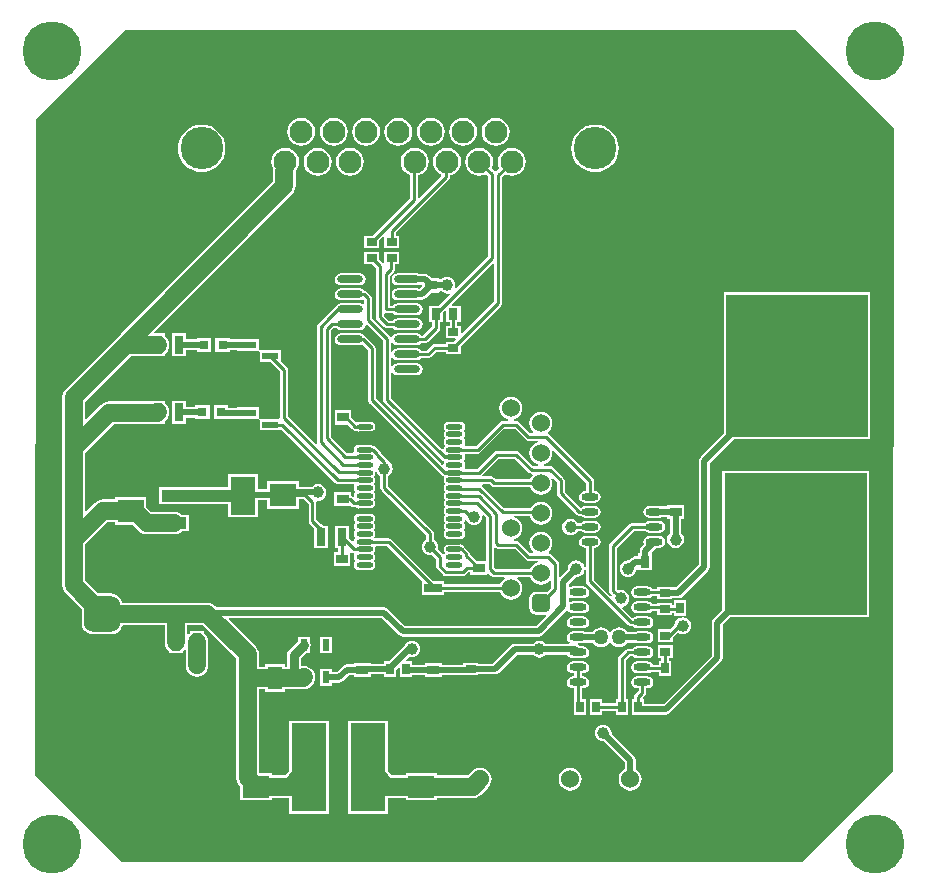
<source format=gtl>
G04 Layer_Physical_Order=1*
G04 Layer_Color=255*
%FSLAX25Y25*%
%MOIN*%
G70*
G01*
G75*
%ADD10R,0.08465X0.03937*%
%ADD11R,0.08465X0.12795*%
%ADD12R,0.03150X0.03937*%
%ADD13R,0.03937X0.03150*%
%ADD14R,0.04921X0.07677*%
%ADD15R,0.08858X0.07677*%
%ADD16O,0.05709X0.02362*%
%ADD17R,0.02362X0.03937*%
%ADD18O,0.08661X0.02362*%
%ADD19O,0.05512X0.01772*%
%ADD20R,0.11811X0.29528*%
%ADD21R,0.03150X0.03150*%
%ADD22R,0.05512X0.02362*%
%ADD23R,0.02559X0.03543*%
%ADD24R,0.03543X0.02559*%
%ADD25R,0.03000X0.06000*%
%ADD26R,0.06000X0.03000*%
%ADD27C,0.01000*%
%ADD28C,0.01969*%
%ADD29C,0.05906*%
%ADD30C,0.03150*%
%ADD31C,0.03937*%
%ADD32C,0.02362*%
%ADD33R,0.47244X0.47244*%
G04:AMPARAMS|DCode=34|XSize=120mil|YSize=120mil|CornerRadius=30mil|HoleSize=0mil|Usage=FLASHONLY|Rotation=270.000|XOffset=0mil|YOffset=0mil|HoleType=Round|Shape=RoundedRectangle|*
%AMROUNDEDRECTD34*
21,1,0.12000,0.06000,0,0,270.0*
21,1,0.06000,0.12000,0,0,270.0*
1,1,0.06000,-0.03000,-0.03000*
1,1,0.06000,-0.03000,0.03000*
1,1,0.06000,0.03000,0.03000*
1,1,0.06000,0.03000,-0.03000*
%
%ADD34ROUNDEDRECTD34*%
%ADD35C,0.12000*%
%ADD36C,0.06000*%
G04:AMPARAMS|DCode=37|XSize=60mil|YSize=60mil|CornerRadius=15mil|HoleSize=0mil|Usage=FLASHONLY|Rotation=270.000|XOffset=0mil|YOffset=0mil|HoleType=Round|Shape=RoundedRectangle|*
%AMROUNDEDRECTD37*
21,1,0.06000,0.03000,0,0,270.0*
21,1,0.03000,0.06000,0,0,270.0*
1,1,0.03000,-0.01500,-0.01500*
1,1,0.03000,-0.01500,0.01500*
1,1,0.03000,0.01500,0.01500*
1,1,0.03000,0.01500,-0.01500*
%
%ADD37ROUNDEDRECTD37*%
%ADD38C,0.07685*%
%ADD39C,0.14173*%
%ADD40C,0.03937*%
%ADD41C,0.19685*%
%ADD42C,0.05000*%
G36*
X432874Y384646D02*
X465450Y352070D01*
X465258Y137699D01*
X435039Y107480D01*
X208071Y107480D01*
X179044Y136507D01*
X179524Y355114D01*
X209055Y384646D01*
X432874Y384646D01*
D02*
G37*
%LPC*%
G36*
X396260Y194685D02*
X392126D01*
Y193143D01*
X391535D01*
Y193898D01*
X386417D01*
Y193596D01*
X384758D01*
X384687Y193703D01*
X384036Y194138D01*
X383268Y194290D01*
X379921D01*
X379153Y194138D01*
X378502Y193703D01*
X378067Y193052D01*
X377914Y192283D01*
X378067Y191515D01*
X378502Y190864D01*
X379153Y190429D01*
X379921Y190276D01*
X383268D01*
X384036Y190429D01*
X384687Y190864D01*
X384758Y190971D01*
X386417D01*
Y189764D01*
X391535D01*
Y190518D01*
X392126D01*
Y189567D01*
X396260D01*
Y194685D01*
D02*
G37*
G36*
X457579Y297342D02*
X408760D01*
Y250291D01*
X400986Y242517D01*
X400595Y241931D01*
X400457Y241240D01*
Y206555D01*
X392854Y198952D01*
X391535D01*
Y199213D01*
X386417D01*
Y198596D01*
X384758D01*
X384687Y198703D01*
X384036Y199138D01*
X383268Y199291D01*
X379921D01*
X379153Y199138D01*
X378502Y198703D01*
X378067Y198052D01*
X377914Y197283D01*
X378067Y196515D01*
X378502Y195864D01*
X379153Y195429D01*
X379921Y195276D01*
X383268D01*
X384036Y195429D01*
X384687Y195864D01*
X384758Y195971D01*
X386417D01*
Y195079D01*
X391535D01*
Y195339D01*
X393602D01*
X394294Y195477D01*
X394880Y195868D01*
X403541Y204530D01*
X403933Y205116D01*
X404070Y205807D01*
Y240492D01*
X412102Y248524D01*
X457579D01*
Y297342D01*
D02*
G37*
G36*
X373917Y185698D02*
X373059Y185585D01*
X372259Y185253D01*
X371573Y184727D01*
X371164Y184193D01*
X371042Y184154D01*
X370690Y184154D01*
X370568Y184193D01*
X370159Y184726D01*
X369473Y185253D01*
X368673Y185584D01*
X367815Y185697D01*
X366956Y185584D01*
X366157Y185253D01*
X365470Y184726D01*
X364982Y184090D01*
X362651D01*
X362579Y184138D01*
X361811Y184291D01*
X358465D01*
X357697Y184138D01*
X357045Y183703D01*
X356610Y183052D01*
X356457Y182283D01*
X356610Y181515D01*
X357045Y180864D01*
X357362Y180653D01*
X357210Y180153D01*
X349332D01*
X349210Y180312D01*
X348634Y180754D01*
X347964Y181031D01*
X347244Y181126D01*
X346525Y181031D01*
X345854Y180754D01*
X345279Y180312D01*
X345156Y180153D01*
X339075D01*
X338384Y180015D01*
X337797Y179624D01*
X331732Y173558D01*
X326870D01*
Y173819D01*
X321752D01*
Y173263D01*
X314665D01*
Y173819D01*
X309154D01*
Y173263D01*
X304823D01*
Y174311D01*
X302966D01*
X302775Y174773D01*
X303862Y175860D01*
X304103Y175760D01*
X304823Y175665D01*
X305542Y175760D01*
X306213Y176038D01*
X306788Y176479D01*
X307230Y177055D01*
X307508Y177725D01*
X307603Y178445D01*
X307508Y179164D01*
X307230Y179835D01*
X306788Y180410D01*
X306213Y180852D01*
X305542Y181130D01*
X304823Y181225D01*
X304103Y181130D01*
X303433Y180852D01*
X302857Y180410D01*
X302416Y179835D01*
X302195Y179302D01*
X297204Y174311D01*
X295374D01*
Y173558D01*
X290945D01*
Y173917D01*
X285433D01*
Y173362D01*
X282972D01*
X282281Y173224D01*
X281695Y172832D01*
X279665Y170802D01*
X278150D01*
Y171752D01*
X274213D01*
Y166240D01*
X278150D01*
Y167190D01*
X280413D01*
X281105Y167327D01*
X281691Y167719D01*
X283721Y169749D01*
X285433D01*
Y169193D01*
X290945D01*
Y169946D01*
X295374D01*
Y169193D01*
X299508D01*
Y171506D01*
X300227Y172225D01*
X300689Y172034D01*
Y169193D01*
X304823D01*
Y169650D01*
X309154D01*
Y169095D01*
X314665D01*
Y169650D01*
X324016D01*
X324190Y169685D01*
X326870D01*
Y169946D01*
X332480D01*
X333172Y170083D01*
X333758Y170475D01*
X339823Y176540D01*
X345156D01*
X345279Y176381D01*
X345854Y175939D01*
X346525Y175662D01*
X347244Y175567D01*
X347964Y175662D01*
X348634Y175939D01*
X349210Y176381D01*
X349332Y176540D01*
X356605D01*
X356610Y176515D01*
X357045Y175864D01*
X357697Y175429D01*
X358465Y175276D01*
X361811D01*
X362579Y175429D01*
X363230Y175864D01*
X363665Y176515D01*
X363818Y177284D01*
X363665Y178051D01*
X363230Y178703D01*
X362579Y179138D01*
X361811Y179290D01*
X360685D01*
X360352Y179624D01*
X360124Y179776D01*
X360275Y180276D01*
X361811D01*
X362579Y180429D01*
X362651Y180477D01*
X365132D01*
X365470Y180037D01*
X366157Y179510D01*
X366956Y179179D01*
X367815Y179066D01*
X368673Y179179D01*
X369473Y179510D01*
X370159Y180037D01*
X370568Y180570D01*
X370690Y180609D01*
X371042Y180609D01*
X371164Y180570D01*
X371573Y180037D01*
X372259Y179510D01*
X373059Y179179D01*
X373917Y179066D01*
X374776Y179179D01*
X375575Y179510D01*
X376262Y180037D01*
X376675Y180576D01*
X378934D01*
X379153Y180429D01*
X379921Y180276D01*
X383268D01*
X384036Y180429D01*
X384687Y180864D01*
X385122Y181515D01*
X385275Y182283D01*
X385122Y183052D01*
X384687Y183703D01*
X384036Y184138D01*
X383268Y184291D01*
X379921D01*
X379407Y184188D01*
X376675D01*
X376262Y184727D01*
X375575Y185253D01*
X374776Y185585D01*
X373917Y185698D01*
D02*
G37*
G36*
X361811Y189290D02*
X358465D01*
X357697Y189138D01*
X357045Y188703D01*
X356610Y188051D01*
X356457Y187284D01*
X356610Y186515D01*
X357045Y185864D01*
X357697Y185429D01*
X358465Y185276D01*
X361811D01*
X362579Y185429D01*
X363230Y185864D01*
X363665Y186515D01*
X363818Y187284D01*
X363665Y188051D01*
X363230Y188703D01*
X362579Y189138D01*
X361811Y189290D01*
D02*
G37*
G36*
X387205Y216161D02*
X383858D01*
X383090Y216008D01*
X382439Y215573D01*
X382004Y214922D01*
X381851Y214154D01*
X382004Y213386D01*
X382086Y213263D01*
X381203Y212380D01*
X380812Y211794D01*
X380674Y211102D01*
Y210335D01*
X380118D01*
Y209385D01*
X379232D01*
X378541Y209248D01*
X377955Y208856D01*
X377069Y207970D01*
X376870Y207996D01*
X376151Y207902D01*
X375480Y207624D01*
X374905Y207182D01*
X374463Y206606D01*
X374185Y205936D01*
X374090Y205217D01*
X374185Y204497D01*
X374463Y203827D01*
X374905Y203251D01*
X375480Y202809D01*
X376151Y202532D01*
X376870Y202437D01*
X377590Y202532D01*
X378260Y202809D01*
X378836Y203251D01*
X379277Y203827D01*
X379555Y204497D01*
X379618Y204976D01*
X380118Y204943D01*
Y204823D01*
X384842D01*
Y210335D01*
X384842D01*
X384767Y210835D01*
X386079Y212146D01*
X387205D01*
X387973Y212299D01*
X388624Y212734D01*
X389059Y213386D01*
X389212Y214154D01*
X389059Y214922D01*
X388624Y215573D01*
X387973Y216008D01*
X387205Y216161D01*
D02*
G37*
G36*
X253543Y236713D02*
X243504D01*
Y232307D01*
X225492D01*
X225311Y232283D01*
X220472D01*
Y226772D01*
X225311D01*
X225492Y226748D01*
X243504D01*
Y222342D01*
X253543D01*
Y228016D01*
X256594D01*
Y225197D01*
X267028D01*
Y228510D01*
X268649D01*
X270278Y226882D01*
Y220981D01*
X270378Y220479D01*
X270662Y220053D01*
X272165Y218550D01*
Y211961D01*
X276740D01*
Y219535D01*
X275401D01*
X275381Y219566D01*
X274955Y219850D01*
X274483Y219944D01*
X272903Y221525D01*
Y227395D01*
X272929Y227532D01*
X273232Y227856D01*
X273425Y227831D01*
X274145Y227925D01*
X274815Y228203D01*
X275391Y228645D01*
X275833Y229220D01*
X276110Y229891D01*
X276205Y230610D01*
X276110Y231330D01*
X275833Y232000D01*
X275391Y232576D01*
X274815Y233017D01*
X274145Y233295D01*
X273425Y233390D01*
X272706Y233295D01*
X272035Y233017D01*
X271460Y232576D01*
X271338Y232417D01*
X267028D01*
Y234449D01*
X256594D01*
Y231629D01*
X253543D01*
Y236713D01*
D02*
G37*
G36*
X332618Y355556D02*
X331410Y355397D01*
X330283Y354930D01*
X329316Y354188D01*
X328574Y353221D01*
X328107Y352095D01*
X327948Y350886D01*
X328107Y349677D01*
X328574Y348551D01*
X329316Y347584D01*
X330283Y346842D01*
X331410Y346375D01*
X332618Y346216D01*
X333827Y346375D01*
X334953Y346842D01*
X335920Y347584D01*
X336662Y348551D01*
X337129Y349677D01*
X337288Y350886D01*
X337129Y352095D01*
X336662Y353221D01*
X335920Y354188D01*
X334953Y354930D01*
X333827Y355397D01*
X332618Y355556D01*
D02*
G37*
G36*
X357618Y221933D02*
X356899Y221838D01*
X356228Y221561D01*
X355653Y221119D01*
X355211Y220543D01*
X354933Y219873D01*
X354838Y219153D01*
X354933Y218434D01*
X355211Y217764D01*
X355653Y217188D01*
X356228Y216746D01*
X356899Y216469D01*
X357618Y216374D01*
X358337Y216469D01*
X359008Y216746D01*
X359584Y217188D01*
X360025Y217764D01*
X360057Y217841D01*
X360911D01*
X360982Y217734D01*
X361633Y217299D01*
X362402Y217146D01*
X365748D01*
X366516Y217299D01*
X367167Y217734D01*
X367602Y218386D01*
X367755Y219153D01*
X367602Y219922D01*
X367167Y220573D01*
X366516Y221008D01*
X365748Y221161D01*
X362402D01*
X361633Y221008D01*
X360982Y220573D01*
X360911Y220466D01*
X360057D01*
X360025Y220543D01*
X359584Y221119D01*
X359008Y221561D01*
X358337Y221838D01*
X357618Y221933D01*
D02*
G37*
G36*
X395374Y226378D02*
X389862D01*
Y225960D01*
X388045D01*
X387973Y226008D01*
X387205Y226161D01*
X383858D01*
X383090Y226008D01*
X382439Y225573D01*
X382004Y224922D01*
X381851Y224153D01*
X382004Y223386D01*
X382439Y222734D01*
X383090Y222299D01*
X383858Y222147D01*
X387205D01*
X387973Y222299D01*
X388045Y222347D01*
X389862D01*
Y221654D01*
X390812D01*
Y217011D01*
X390653Y216889D01*
X390211Y216313D01*
X389933Y215643D01*
X389838Y214924D01*
X389933Y214204D01*
X390211Y213534D01*
X390653Y212958D01*
X391228Y212516D01*
X391899Y212239D01*
X392618Y212144D01*
X393337Y212239D01*
X394008Y212516D01*
X394584Y212958D01*
X395025Y213534D01*
X395303Y214204D01*
X395398Y214924D01*
X395303Y215643D01*
X395025Y216313D01*
X394584Y216889D01*
X394425Y217011D01*
Y221654D01*
X395374D01*
Y226378D01*
D02*
G37*
G36*
X368504Y153173D02*
X367785Y153079D01*
X367114Y152801D01*
X366538Y152359D01*
X366097Y151784D01*
X365819Y151113D01*
X365724Y150394D01*
X365819Y149674D01*
X366097Y149004D01*
X366538Y148428D01*
X367114Y147986D01*
X367785Y147709D01*
X368504Y147614D01*
X368703Y147640D01*
X375753Y140590D01*
Y138391D01*
X375649Y138348D01*
X374858Y137741D01*
X374251Y136949D01*
X373869Y136028D01*
X373739Y135039D01*
X373869Y134051D01*
X374251Y133129D01*
X374858Y132338D01*
X375649Y131731D01*
X376570Y131350D01*
X377559Y131219D01*
X378548Y131350D01*
X379469Y131731D01*
X380260Y132338D01*
X380867Y133129D01*
X381249Y134051D01*
X381379Y135039D01*
X381249Y136028D01*
X380867Y136949D01*
X380260Y137741D01*
X379469Y138348D01*
X379365Y138391D01*
Y141339D01*
X379228Y142030D01*
X378836Y142616D01*
X371257Y150195D01*
X371284Y150394D01*
X371189Y151113D01*
X370911Y151784D01*
X370469Y152359D01*
X369894Y152801D01*
X369223Y153079D01*
X368504Y153173D01*
D02*
G37*
G36*
X361811Y174291D02*
X358465D01*
X357697Y174138D01*
X357045Y173703D01*
X356610Y173052D01*
X356457Y172283D01*
X356610Y171515D01*
X357045Y170864D01*
X357697Y170429D01*
X358465Y170276D01*
X358825D01*
Y169290D01*
X358465D01*
X357697Y169138D01*
X357045Y168703D01*
X356610Y168052D01*
X356457Y167283D01*
X356610Y166515D01*
X357045Y165864D01*
X357697Y165429D01*
X358465Y165276D01*
X358825D01*
Y161614D01*
X358661D01*
Y156496D01*
X362795D01*
Y161614D01*
X361450D01*
Y165276D01*
X361811D01*
X362579Y165429D01*
X363230Y165864D01*
X363665Y166515D01*
X363818Y167283D01*
X363665Y168052D01*
X363230Y168703D01*
X362579Y169138D01*
X361811Y169290D01*
X361450D01*
Y170276D01*
X361811D01*
X362579Y170429D01*
X363230Y170864D01*
X363665Y171515D01*
X363818Y172283D01*
X363665Y173052D01*
X363230Y173703D01*
X362579Y174138D01*
X361811Y174291D01*
D02*
G37*
G36*
X296850Y154528D02*
X283465D01*
Y123425D01*
X296850D01*
Y128806D01*
X302658D01*
Y127953D01*
X313090D01*
Y128806D01*
X325098D01*
X326075Y128935D01*
X326985Y129312D01*
X327766Y129911D01*
X329971Y132116D01*
X330260Y132338D01*
X330867Y133129D01*
X331249Y134051D01*
X331379Y135039D01*
X331249Y136028D01*
X330867Y136949D01*
X330260Y137741D01*
X329469Y138348D01*
X328548Y138729D01*
X327559Y138859D01*
X326570Y138729D01*
X325649Y138348D01*
X324858Y137741D01*
X324636Y137451D01*
X323536Y136351D01*
X313090D01*
Y137205D01*
X302658D01*
Y136351D01*
X298118D01*
X296850Y137619D01*
Y154528D01*
D02*
G37*
G36*
X357559Y138859D02*
X356570Y138729D01*
X355649Y138348D01*
X354858Y137741D01*
X354251Y136949D01*
X353869Y136028D01*
X353739Y135039D01*
X353869Y134051D01*
X354251Y133129D01*
X354858Y132338D01*
X355649Y131731D01*
X356570Y131350D01*
X357559Y131219D01*
X358548Y131350D01*
X359469Y131731D01*
X360260Y132338D01*
X360867Y133129D01*
X361249Y134051D01*
X361379Y135039D01*
X361249Y136028D01*
X360867Y136949D01*
X360260Y137741D01*
X359469Y138348D01*
X358548Y138729D01*
X357559Y138859D01*
D02*
G37*
G36*
X457087Y237795D02*
X408268D01*
Y191531D01*
X405282Y188545D01*
X404890Y187959D01*
X404753Y187268D01*
Y176257D01*
X388704Y160208D01*
X382185D01*
Y161614D01*
X381894D01*
X381687Y162114D01*
X382523Y162950D01*
X382807Y163376D01*
X382907Y163878D01*
Y165276D01*
X383268D01*
X384036Y165429D01*
X384687Y165864D01*
X385122Y166515D01*
X385275Y167283D01*
X385122Y168052D01*
X384687Y168703D01*
X384036Y169138D01*
X383268Y169290D01*
X379921D01*
X379153Y169138D01*
X378502Y168703D01*
X378067Y168052D01*
X377914Y167283D01*
X378067Y166515D01*
X378502Y165864D01*
X379153Y165429D01*
X379921Y165276D01*
X380282D01*
Y164422D01*
X379190Y163330D01*
X378905Y162904D01*
X378805Y162402D01*
Y161614D01*
X378051D01*
Y156496D01*
X382185D01*
Y156595D01*
X389504D01*
X390195Y156733D01*
X390781Y157124D01*
X390886Y157280D01*
X407836Y174231D01*
X408228Y174817D01*
X408365Y175508D01*
Y186520D01*
X410822Y188976D01*
X457087D01*
Y237795D01*
D02*
G37*
G36*
X278150Y182579D02*
X274213D01*
Y177067D01*
X278150D01*
Y182579D01*
D02*
G37*
G36*
X394980Y189000D02*
X394261Y188905D01*
X393590Y188628D01*
X393015Y188186D01*
X392573Y187610D01*
X392295Y186940D01*
X392240Y186517D01*
X390663Y184941D01*
X386713D01*
Y180807D01*
X391831D01*
Y182396D01*
X393397Y183962D01*
X393590Y183813D01*
X394261Y183536D01*
X394980Y183441D01*
X395700Y183536D01*
X396370Y183813D01*
X396946Y184255D01*
X397388Y184831D01*
X397665Y185501D01*
X397760Y186221D01*
X397665Y186940D01*
X397388Y187610D01*
X396946Y188186D01*
X396370Y188628D01*
X395700Y188905D01*
X394980Y189000D01*
D02*
G37*
G36*
X391831Y179626D02*
X386713D01*
Y175492D01*
X387861D01*
Y174508D01*
X387106D01*
Y173261D01*
X384982D01*
X384687Y173703D01*
X384036Y174138D01*
X383268Y174291D01*
X379921D01*
X379153Y174138D01*
X378502Y173703D01*
X378067Y173052D01*
X377914Y172283D01*
X378067Y171515D01*
X378502Y170864D01*
X379153Y170429D01*
X379921Y170276D01*
X383268D01*
X384036Y170429D01*
X384346Y170636D01*
X387106D01*
Y169390D01*
X391240D01*
Y174508D01*
X390486D01*
Y175492D01*
X391831D01*
Y179626D01*
D02*
G37*
G36*
X383268Y179290D02*
X379921D01*
X379153Y179138D01*
X378502Y178703D01*
X378431Y178596D01*
X376890D01*
X376388Y178496D01*
X375962Y178212D01*
X373875Y176125D01*
X373590Y175699D01*
X373491Y175197D01*
Y161614D01*
X372736D01*
Y160368D01*
X368110D01*
Y161614D01*
X363976D01*
Y156496D01*
X368110D01*
Y157743D01*
X372736D01*
Y156496D01*
X376870D01*
Y161614D01*
X376116D01*
Y174653D01*
X377433Y175971D01*
X378431D01*
X378502Y175864D01*
X379153Y175429D01*
X379921Y175276D01*
X383268D01*
X384036Y175429D01*
X384687Y175864D01*
X385122Y176515D01*
X385275Y177284D01*
X385122Y178051D01*
X384687Y178703D01*
X384036Y179138D01*
X383268Y179290D01*
D02*
G37*
G36*
X229354Y261169D02*
X224780D01*
Y253594D01*
X229354D01*
Y255575D01*
X232579D01*
Y255020D01*
X237303D01*
Y259744D01*
X232579D01*
Y259188D01*
X229354D01*
Y261169D01*
D02*
G37*
G36*
X338012Y345556D02*
X336803Y345397D01*
X335677Y344930D01*
X334710Y344188D01*
X333968Y343221D01*
X333501Y342094D01*
X333342Y340886D01*
X333501Y339677D01*
X333925Y338655D01*
X332803Y337533D01*
X332393Y337574D01*
X331312Y338655D01*
X331735Y339677D01*
X331894Y340886D01*
X331735Y342094D01*
X331269Y343221D01*
X330526Y344188D01*
X329559Y344930D01*
X328433Y345397D01*
X327224Y345556D01*
X326016Y345397D01*
X324889Y344930D01*
X323922Y344188D01*
X323180Y343221D01*
X322714Y342094D01*
X322555Y340886D01*
X322714Y339677D01*
X323180Y338551D01*
X323922Y337584D01*
X324889Y336842D01*
X326016Y336375D01*
X327224Y336216D01*
X328433Y336375D01*
X329455Y336799D01*
X330152Y336102D01*
Y309272D01*
X319520Y298640D01*
X319096Y298924D01*
X319122Y298985D01*
X319217Y299705D01*
X319122Y300424D01*
X318844Y301095D01*
X318403Y301670D01*
X317827Y302112D01*
X317156Y302390D01*
X316437Y302484D01*
X315718Y302390D01*
X315047Y302112D01*
X314472Y301670D01*
X313969Y301806D01*
X313878Y301894D01*
Y301969D01*
X311314D01*
X310391Y302891D01*
X309805Y303283D01*
X309114Y303420D01*
X307139D01*
X307067Y303468D01*
X306299Y303621D01*
X300000D01*
X299232Y303468D01*
X298581Y303033D01*
X298146Y302382D01*
X297993Y301614D01*
X298146Y300846D01*
X298581Y300195D01*
X299232Y299760D01*
X300000Y299607D01*
X306299D01*
X307067Y299760D01*
X307139Y299808D01*
X308132D01*
X308269Y299308D01*
X307382Y298421D01*
X307139D01*
X307067Y298468D01*
X306299Y298621D01*
X300000D01*
X299232Y298468D01*
X298581Y298033D01*
X298146Y297382D01*
X297993Y296614D01*
X298146Y295846D01*
X298581Y295195D01*
X299232Y294760D01*
X300000Y294607D01*
X306299D01*
X307067Y294760D01*
X307139Y294808D01*
X308130D01*
X308821Y294945D01*
X309407Y295337D01*
X311314Y297244D01*
X313878D01*
Y297515D01*
X313969Y297604D01*
X314472Y297739D01*
X315047Y297297D01*
X315718Y297020D01*
X316437Y296925D01*
X317156Y297020D01*
X317218Y297045D01*
X317501Y296621D01*
X313793Y292913D01*
X310531D01*
Y287402D01*
X311581D01*
Y285951D01*
X308557Y282927D01*
X307790D01*
X307718Y283033D01*
X307067Y283469D01*
X306299Y283621D01*
X300000D01*
X299232Y283469D01*
X298581Y283033D01*
X298173Y282423D01*
X297921Y282398D01*
X297645Y282428D01*
X297385Y282818D01*
X291470Y288733D01*
Y295276D01*
X291370Y295778D01*
X291086Y296204D01*
X289747Y297542D01*
X289321Y297827D01*
X288903Y297910D01*
X288821Y298033D01*
X288170Y298468D01*
X287402Y298621D01*
X281102D01*
X280334Y298468D01*
X279683Y298033D01*
X279248Y297382D01*
X279095Y296614D01*
X279248Y295846D01*
X279683Y295195D01*
X280334Y294760D01*
X281102Y294607D01*
X287402D01*
X288170Y294760D01*
X288428Y294933D01*
X288845Y294618D01*
Y293619D01*
X288345Y293351D01*
X288170Y293468D01*
X287402Y293621D01*
X281102D01*
X280334Y293468D01*
X279683Y293033D01*
X279425Y292647D01*
X279269Y292542D01*
X276415Y289688D01*
X276196Y289542D01*
X273446Y286792D01*
X273161Y286366D01*
X273061Y285864D01*
Y247476D01*
X273125Y247155D01*
X272665Y246908D01*
X263517Y256055D01*
Y271457D01*
X263417Y271959D01*
X263133Y272385D01*
X261122Y274396D01*
Y278051D01*
X254255Y278051D01*
X254255Y278051D01*
X254255Y278051D01*
X254142Y278051D01*
X254035Y278051D01*
X253642Y278308D01*
X253642Y278354D01*
Y281791D01*
X246555D01*
Y281629D01*
X243996D01*
Y282185D01*
X239272D01*
Y277461D01*
X243996D01*
Y278016D01*
X246555D01*
Y277854D01*
X253422Y277854D01*
X253422Y277854D01*
X253422Y277854D01*
X253535Y277854D01*
X253642Y277854D01*
X254035Y277598D01*
X254035Y277551D01*
Y274114D01*
X257691D01*
X260892Y270913D01*
Y255616D01*
X260514Y255217D01*
X254255Y255217D01*
X254255Y255217D01*
X254255Y255217D01*
X254142Y255217D01*
X254035Y255217D01*
X253642Y255473D01*
X253642Y255520D01*
Y258957D01*
X246555D01*
Y258794D01*
X243602D01*
Y259744D01*
X238878D01*
Y255020D01*
X243602D01*
Y255182D01*
X246555D01*
Y255020D01*
X253422Y255020D01*
X253422Y255020D01*
X253422Y255020D01*
X253535Y255020D01*
X253642Y255020D01*
X254035Y254763D01*
X254035Y254716D01*
Y251279D01*
X261122D01*
Y251279D01*
X261480Y251428D01*
X279190Y233717D01*
X279616Y233433D01*
X280118Y233333D01*
X285325D01*
X285593Y232833D01*
X285530Y232739D01*
X285400Y232087D01*
X285530Y231434D01*
X285900Y230880D01*
Y230734D01*
X285530Y230180D01*
X285400Y229528D01*
X285416Y229451D01*
X284955Y229205D01*
X284885Y229275D01*
X284459Y229559D01*
X284449Y229561D01*
Y230709D01*
X278937D01*
Y225984D01*
X284449D01*
X284750Y225811D01*
X284832Y225756D01*
X285335Y225656D01*
X286059D01*
X286453Y225392D01*
X287106Y225262D01*
X290846D01*
X291499Y225392D01*
X292053Y225762D01*
X292423Y226316D01*
X292552Y226969D01*
X292423Y227621D01*
X292053Y228175D01*
Y228321D01*
X292423Y228875D01*
X292552Y229528D01*
X292423Y230180D01*
X292053Y230734D01*
Y230880D01*
X292423Y231434D01*
X292552Y232087D01*
X292423Y232739D01*
X292053Y233293D01*
Y233439D01*
X292423Y233993D01*
X292552Y234646D01*
X292423Y235298D01*
X292053Y235852D01*
Y235998D01*
X292423Y236552D01*
X292552Y237205D01*
X292506Y237439D01*
X292518Y237484D01*
X292980Y237615D01*
X292996Y237598D01*
X293164Y237193D01*
X293605Y236617D01*
X294181Y236175D01*
X294258Y236143D01*
Y232185D01*
X294358Y231683D01*
X294643Y231257D01*
X309479Y216421D01*
Y214876D01*
X309401Y214844D01*
X308826Y214403D01*
X308384Y213827D01*
X308106Y213156D01*
X308012Y212437D01*
X308106Y211718D01*
X308384Y211047D01*
X308826Y210472D01*
X309401Y210030D01*
X310072Y209752D01*
X310791Y209657D01*
X311511Y209752D01*
X311588Y209784D01*
X312935Y208437D01*
Y205902D01*
X313035Y205399D01*
X313320Y204973D01*
X315111Y203182D01*
X315537Y202898D01*
X316039Y202798D01*
X321756D01*
X322258Y202898D01*
X322684Y203182D01*
X323504Y204002D01*
X324213D01*
Y202953D01*
X329724D01*
Y203539D01*
X330224Y203746D01*
X331198Y202773D01*
X331624Y202488D01*
X332126Y202388D01*
X335499D01*
X335669Y201888D01*
X335035Y201402D01*
X334428Y200611D01*
X334180Y200013D01*
X315598D01*
Y201161D01*
X311719D01*
X297952Y214928D01*
X297526Y215213D01*
X297024Y215313D01*
X292512D01*
X292244Y215813D01*
X292423Y216079D01*
X292552Y216732D01*
X292423Y217385D01*
X292053Y217939D01*
Y218085D01*
X292423Y218638D01*
X292552Y219291D01*
X292423Y219944D01*
X292263Y220183D01*
X292086Y220571D01*
X292263Y220959D01*
X292423Y221198D01*
X292552Y221850D01*
X292423Y222503D01*
X292053Y223057D01*
X291499Y223427D01*
X290846Y223556D01*
X287106D01*
X286453Y223427D01*
X285900Y223057D01*
X285530Y222503D01*
X285400Y221850D01*
X285530Y221198D01*
X285690Y220959D01*
X285867Y220571D01*
X285690Y220183D01*
X285530Y219944D01*
X285400Y219291D01*
X285530Y218638D01*
X285900Y218085D01*
Y217939D01*
X285530Y217385D01*
X285400Y216732D01*
X285530Y216079D01*
X285900Y215526D01*
Y215380D01*
X285530Y214826D01*
X285432Y214332D01*
X284941Y214117D01*
X283740Y215317D01*
Y219535D01*
X279165D01*
Y211961D01*
X280140D01*
Y210827D01*
X278642D01*
Y206102D01*
X284154D01*
Y210484D01*
X284653Y210691D01*
X284658Y210686D01*
X285084Y210402D01*
X285356Y210347D01*
X285592Y209884D01*
X285593Y209802D01*
X285530Y209708D01*
X285400Y209055D01*
X285530Y208402D01*
X285900Y207849D01*
Y207702D01*
X285530Y207149D01*
X285400Y206496D01*
X285530Y205843D01*
X285900Y205290D01*
X286453Y204920D01*
X287106Y204790D01*
X290846D01*
X291499Y204920D01*
X292053Y205290D01*
X292423Y205843D01*
X292552Y206496D01*
X292423Y207149D01*
X292053Y207702D01*
Y207849D01*
X292423Y208402D01*
X292552Y209055D01*
X292423Y209708D01*
X292263Y209947D01*
X292086Y210335D01*
X292263Y210722D01*
X292423Y210961D01*
X292552Y211614D01*
X292439Y212187D01*
X292677Y212687D01*
X296480D01*
X308024Y201144D01*
Y196587D01*
X315598D01*
Y197388D01*
X334180D01*
X334428Y196791D01*
X335035Y196000D01*
X335826Y195393D01*
X336748Y195011D01*
X337736Y194881D01*
X338725Y195011D01*
X339646Y195393D01*
X340437Y196000D01*
X341044Y196791D01*
X341426Y197712D01*
X341556Y198701D01*
X341426Y199689D01*
X341044Y200611D01*
X340437Y201402D01*
X339804Y201888D01*
X339974Y202388D01*
X344180D01*
X344428Y201791D01*
X345035Y201000D01*
X345826Y200393D01*
X346747Y200011D01*
X347736Y199881D01*
X348725Y200011D01*
X349646Y200393D01*
X350437Y201000D01*
X350617Y201233D01*
X351116Y201063D01*
Y198937D01*
X349633Y197454D01*
X349236Y197533D01*
X346236D01*
X345344Y197355D01*
X344587Y196850D01*
X344081Y196093D01*
X343904Y195201D01*
Y192201D01*
X344081Y191308D01*
X344587Y190552D01*
X345344Y190046D01*
X346236Y189869D01*
X349205D01*
X349284Y189780D01*
X349472Y189428D01*
X346201Y186157D01*
X302421D01*
X296710Y191868D01*
X296124Y192259D01*
X295433Y192397D01*
X239611D01*
X239183Y192825D01*
X238402Y193424D01*
X237492Y193801D01*
X236516Y193930D01*
X227658D01*
X227581Y193920D01*
X227504Y193930D01*
X208293D01*
X208265Y194146D01*
X207883Y195068D01*
X207276Y195859D01*
X206485Y196466D01*
X205563Y196847D01*
X204575Y196978D01*
X200090D01*
X195745Y201322D01*
Y213245D01*
X203236Y220735D01*
X205807D01*
Y219882D01*
X211610D01*
X213687Y217805D01*
X214468Y217205D01*
X215378Y216829D01*
X216354Y216700D01*
X225492D01*
X226468Y216829D01*
X227378Y217205D01*
X228044Y217717D01*
X230512D01*
Y223228D01*
X228044D01*
X227378Y223739D01*
X226468Y224116D01*
X225492Y224245D01*
X217917D01*
X216240Y225922D01*
Y229134D01*
X205807D01*
Y228280D01*
X201673D01*
X200697Y228152D01*
X199787Y227775D01*
X199006Y227175D01*
X196207Y224376D01*
X195745Y224568D01*
Y243811D01*
X205346Y253413D01*
X219870D01*
X220847Y253541D01*
X220975Y253594D01*
X222354D01*
Y254377D01*
X222538Y254518D01*
X222734Y254714D01*
X223334Y255496D01*
X223711Y256405D01*
X223839Y257382D01*
X223711Y258358D01*
X223334Y259268D01*
X222734Y260049D01*
X222354Y260341D01*
Y261169D01*
X217779D01*
Y260957D01*
X203783D01*
X202807Y260829D01*
X201897Y260452D01*
X201116Y259853D01*
X196207Y254943D01*
X195745Y255135D01*
Y260882D01*
X210960Y276098D01*
X211319Y276050D01*
X217736D01*
Y276035D01*
X219852D01*
X220067Y276007D01*
X220282Y276035D01*
X222311D01*
Y276787D01*
X222734Y277112D01*
X223334Y277893D01*
X223711Y278803D01*
X223839Y279780D01*
X223711Y280756D01*
X223334Y281666D01*
X222734Y282447D01*
X222691Y282490D01*
X222311Y282782D01*
Y283610D01*
X219126D01*
X218935Y284072D01*
X264912Y330049D01*
X265511Y330830D01*
X265888Y331740D01*
X266017Y332716D01*
Y337638D01*
X265991Y337830D01*
X266544Y338551D01*
X267011Y339677D01*
X267170Y340886D01*
X267011Y342094D01*
X266544Y343221D01*
X265802Y344188D01*
X264835Y344930D01*
X263709Y345397D01*
X262500Y345556D01*
X261291Y345397D01*
X260165Y344930D01*
X259198Y344188D01*
X258456Y343221D01*
X257989Y342094D01*
X257830Y340886D01*
X257989Y339677D01*
X258456Y338551D01*
X258572Y338400D01*
X258472Y337638D01*
Y334279D01*
X207667Y283475D01*
X207667Y283475D01*
X189305Y265112D01*
X188705Y264331D01*
X188329Y263421D01*
X188200Y262445D01*
Y245374D01*
Y214807D01*
Y199760D01*
X188329Y198784D01*
X188705Y197874D01*
X189305Y197092D01*
X194755Y191643D01*
Y187157D01*
X194885Y186169D01*
X195266Y185247D01*
X195874Y184456D01*
X196665Y183849D01*
X197586Y183468D01*
X198575Y183337D01*
X204575D01*
X205563Y183468D01*
X206485Y183849D01*
X207276Y184456D01*
X207883Y185247D01*
X208265Y186169D01*
X208293Y186385D01*
X222354D01*
Y180807D01*
X222482Y179831D01*
X222859Y178921D01*
X223459Y178140D01*
X223839Y177848D01*
Y177020D01*
X228413D01*
Y177848D01*
X228794Y178140D01*
X228880Y178252D01*
X229354Y178092D01*
Y172976D01*
X229482Y172000D01*
X229859Y171090D01*
X230458Y170309D01*
X231240Y169709D01*
X232150Y169333D01*
X233126Y169204D01*
X234102Y169333D01*
X235012Y169709D01*
X235793Y170309D01*
X236393Y171090D01*
X236770Y172000D01*
X236898Y172976D01*
Y180807D01*
X236770Y181783D01*
X236393Y182693D01*
X235793Y183475D01*
X235413Y183766D01*
Y184595D01*
X230839D01*
Y183766D01*
X230458Y183475D01*
X230372Y183362D01*
X229898Y183522D01*
Y186385D01*
X234953D01*
X246228Y175111D01*
Y168799D01*
Y135335D01*
X246356Y134358D01*
X246733Y133448D01*
X247333Y132667D01*
X247539Y132460D01*
Y127953D01*
X257972D01*
Y128806D01*
X263779D01*
Y123425D01*
X277165D01*
Y154528D01*
X263779D01*
Y137619D01*
X262512Y136351D01*
X257972D01*
Y137205D01*
X253772D01*
Y165027D01*
X255807D01*
Y164173D01*
X262303D01*
Y165027D01*
X268504D01*
X269480Y165155D01*
X270390Y165532D01*
X271171Y166132D01*
X271368Y166329D01*
X271968Y167110D01*
X272345Y168020D01*
X272473Y168996D01*
X272345Y169972D01*
X271968Y170882D01*
X271368Y171664D01*
X270587Y172263D01*
X269677Y172640D01*
X268701Y172768D01*
X268139Y172695D01*
X267763Y173024D01*
Y175479D01*
X269351Y177067D01*
X270669D01*
Y178517D01*
X270926Y178901D01*
X271109Y179823D01*
X270926Y180745D01*
X270669Y181129D01*
Y182579D01*
X266732D01*
Y181260D01*
X263651Y178179D01*
X263129Y177398D01*
X262946Y176476D01*
Y172572D01*
X262303D01*
Y173425D01*
X255807D01*
Y172572D01*
X253772D01*
Y176673D01*
X253644Y177650D01*
X253267Y178559D01*
X252667Y179341D01*
X243686Y188322D01*
X243877Y188784D01*
X294685D01*
X300396Y183073D01*
X300982Y182682D01*
X301673Y182544D01*
X346949D01*
X347640Y182682D01*
X348226Y183073D01*
X356273Y191120D01*
X356892Y191094D01*
X357045Y190864D01*
X357697Y190429D01*
X358465Y190276D01*
X361811D01*
X362579Y190429D01*
X363230Y190864D01*
X363665Y191515D01*
X363818Y192283D01*
X363665Y193052D01*
X363230Y193703D01*
X362579Y194138D01*
X361811Y194290D01*
X358465D01*
X357697Y194138D01*
X357523Y194022D01*
X357023Y194289D01*
Y195278D01*
X357523Y195545D01*
X357697Y195429D01*
X358465Y195276D01*
X361811D01*
X362579Y195429D01*
X363230Y195864D01*
X363665Y196515D01*
X363818Y197283D01*
X363665Y198052D01*
X363230Y198703D01*
X362579Y199138D01*
X361811Y199291D01*
X358465D01*
X357697Y199138D01*
X357523Y199022D01*
X357023Y199289D01*
Y200138D01*
X359348Y202463D01*
X359547Y202437D01*
X360267Y202532D01*
X360937Y202809D01*
X361513Y203251D01*
X361954Y203827D01*
X362232Y204497D01*
X362262Y204725D01*
X362762Y204692D01*
Y201006D01*
X362862Y200503D01*
X363147Y200078D01*
X376869Y186355D01*
X377295Y186071D01*
X377797Y185971D01*
X378431D01*
X378502Y185864D01*
X379153Y185429D01*
X379921Y185276D01*
X383268D01*
X384036Y185429D01*
X384687Y185864D01*
X385122Y186515D01*
X385275Y187284D01*
X385122Y188051D01*
X384687Y188703D01*
X384036Y189138D01*
X383268Y189290D01*
X379921D01*
X379153Y189138D01*
X378502Y188703D01*
X378034Y188903D01*
X374837Y192100D01*
X374998Y192573D01*
X375129Y192591D01*
X375799Y192868D01*
X376375Y193310D01*
X376817Y193886D01*
X377094Y194556D01*
X377189Y195276D01*
X377094Y195995D01*
X376817Y196665D01*
X376375Y197241D01*
X375799Y197683D01*
X375129Y197960D01*
X374410Y198055D01*
X373690Y197960D01*
X373613Y197929D01*
X373065Y198477D01*
Y212153D01*
X378752Y217841D01*
X382368D01*
X382439Y217734D01*
X383090Y217299D01*
X383858Y217146D01*
X387205D01*
X387973Y217299D01*
X388624Y217734D01*
X389059Y218386D01*
X389212Y219153D01*
X389059Y219922D01*
X388624Y220573D01*
X387973Y221008D01*
X387205Y221161D01*
X383858D01*
X383090Y221008D01*
X382439Y220573D01*
X382368Y220466D01*
X378209D01*
X377706Y220366D01*
X377280Y220082D01*
X370824Y213625D01*
X370539Y213199D01*
X370439Y212697D01*
Y197933D01*
X370539Y197431D01*
X370824Y197005D01*
X371505Y196323D01*
X371470Y196174D01*
X370920Y196016D01*
X365387Y201549D01*
Y212146D01*
X365748D01*
X366516Y212299D01*
X367167Y212734D01*
X367602Y213386D01*
X367755Y214154D01*
X367602Y214922D01*
X367167Y215573D01*
X366516Y216008D01*
X365748Y216161D01*
X362402D01*
X361633Y216008D01*
X360982Y215573D01*
X360547Y214922D01*
X360395Y214154D01*
X360547Y213386D01*
X360982Y212734D01*
X361633Y212299D01*
X362402Y212146D01*
X362762D01*
Y205741D01*
X362262Y205708D01*
X362232Y205936D01*
X361954Y206606D01*
X361513Y207182D01*
X360937Y207624D01*
X360267Y207902D01*
X359547Y207996D01*
X358828Y207902D01*
X358157Y207624D01*
X357582Y207182D01*
X357140Y206606D01*
X356862Y205936D01*
X356768Y205217D01*
X356794Y205018D01*
X354242Y202466D01*
X353742Y202673D01*
Y206724D01*
X353642Y207227D01*
X353357Y207653D01*
X350881Y210129D01*
X350455Y210414D01*
X350362Y210942D01*
X350437Y211000D01*
X351045Y211791D01*
X351426Y212712D01*
X351556Y213701D01*
X351426Y214689D01*
X351045Y215611D01*
X350437Y216402D01*
X349646Y217009D01*
X348725Y217391D01*
X347736Y217521D01*
X346747Y217391D01*
X345826Y217009D01*
X345035Y216402D01*
X344428Y215611D01*
X344046Y214689D01*
X343916Y213701D01*
X344046Y212712D01*
X344428Y211791D01*
X345024Y211013D01*
X344998Y210830D01*
X344891Y210513D01*
X344144D01*
X340528Y214129D01*
X340103Y214413D01*
X339600Y214513D01*
X338777D01*
X338725Y215011D01*
X339646Y215392D01*
X340437Y216000D01*
X341044Y216791D01*
X341426Y217712D01*
X341556Y218701D01*
X341426Y219689D01*
X341044Y220611D01*
X340437Y221402D01*
X339646Y222009D01*
X338725Y222391D01*
X338777Y222888D01*
X344023D01*
X344046Y222712D01*
X344428Y221791D01*
X345035Y221000D01*
X345826Y220392D01*
X346747Y220011D01*
X347736Y219881D01*
X348725Y220011D01*
X349646Y220392D01*
X350437Y221000D01*
X351045Y221791D01*
X351426Y222712D01*
X351556Y223701D01*
X351426Y224690D01*
X351045Y225611D01*
X350437Y226402D01*
X349646Y227009D01*
X348725Y227391D01*
X347736Y227521D01*
X346747Y227391D01*
X345826Y227009D01*
X345035Y226402D01*
X344428Y225611D01*
X344388Y225513D01*
X335530D01*
X328210Y232833D01*
X328211Y232870D01*
X328366Y233333D01*
X330283D01*
X330283Y233333D01*
X330625D01*
X331185Y232773D01*
X331611Y232488D01*
X332114Y232388D01*
X344180D01*
X344428Y231791D01*
X345035Y231000D01*
X345826Y230393D01*
X346747Y230011D01*
X347736Y229881D01*
X348725Y230011D01*
X349646Y230393D01*
X350437Y231000D01*
X351045Y231791D01*
X351426Y232712D01*
X351556Y233701D01*
X351426Y234689D01*
X351216Y235197D01*
X351640Y235480D01*
X353018Y234102D01*
Y230315D01*
X353118Y229813D01*
X353403Y229387D01*
X359564Y223225D01*
X359990Y222941D01*
X360492Y222841D01*
X360911D01*
X360982Y222734D01*
X361633Y222299D01*
X362402Y222147D01*
X365748D01*
X366516Y222299D01*
X367167Y222734D01*
X367602Y223386D01*
X367755Y224153D01*
X367602Y224922D01*
X367167Y225573D01*
X366516Y226008D01*
X365748Y226161D01*
X362402D01*
X361633Y226008D01*
X360982Y225573D01*
X360934Y225568D01*
X355643Y230859D01*
Y234646D01*
X355543Y235148D01*
X355259Y235574D01*
X351704Y239129D01*
X351278Y239413D01*
X350776Y239513D01*
X348777D01*
X348725Y240011D01*
X349646Y240392D01*
X350437Y241000D01*
X351045Y241791D01*
X351426Y242712D01*
X351556Y243701D01*
X351450Y244511D01*
X351923Y244744D01*
X362762Y233905D01*
Y231161D01*
X362402D01*
X361633Y231008D01*
X360982Y230573D01*
X360547Y229922D01*
X360395Y229153D01*
X360547Y228385D01*
X360982Y227734D01*
X361633Y227299D01*
X362402Y227147D01*
X365748D01*
X366516Y227299D01*
X367167Y227734D01*
X367602Y228385D01*
X367755Y229153D01*
X367602Y229922D01*
X367167Y230573D01*
X366516Y231008D01*
X365748Y231161D01*
X365387D01*
Y234449D01*
X365287Y234951D01*
X365003Y235377D01*
X350251Y250129D01*
X350183Y250174D01*
X350163Y250789D01*
X350437Y251000D01*
X351045Y251791D01*
X351426Y252712D01*
X351556Y253701D01*
X351426Y254690D01*
X351045Y255611D01*
X350437Y256402D01*
X349646Y257009D01*
X348725Y257391D01*
X347736Y257521D01*
X346747Y257391D01*
X345826Y257009D01*
X345035Y256402D01*
X344428Y255611D01*
X344046Y254690D01*
X343916Y253701D01*
X344046Y252712D01*
X344428Y251791D01*
X345024Y251013D01*
X344998Y250830D01*
X344891Y250513D01*
X344144D01*
X340528Y254129D01*
X340103Y254414D01*
X339600Y254513D01*
X338777D01*
X338725Y255011D01*
X339646Y255393D01*
X340437Y256000D01*
X341044Y256791D01*
X341426Y257712D01*
X341556Y258701D01*
X341426Y259689D01*
X341044Y260611D01*
X340437Y261402D01*
X339646Y262009D01*
X338725Y262391D01*
X337736Y262521D01*
X336748Y262391D01*
X335826Y262009D01*
X335035Y261402D01*
X334428Y260611D01*
X334046Y259689D01*
X333916Y258701D01*
X334046Y257712D01*
X334428Y256791D01*
X335035Y256000D01*
X335826Y255393D01*
X336748Y255011D01*
X336696Y254513D01*
X334986D01*
X334484Y254414D01*
X334058Y254129D01*
X326124Y246195D01*
X322549D01*
X322281Y246694D01*
X322344Y246788D01*
X322474Y247441D01*
X322344Y248094D01*
X321974Y248647D01*
Y248794D01*
X322344Y249347D01*
X322474Y250000D01*
X322344Y250653D01*
X321974Y251206D01*
Y251353D01*
X322344Y251906D01*
X322474Y252559D01*
X322344Y253212D01*
X321974Y253765D01*
X321421Y254135D01*
X320768Y254265D01*
X317028D01*
X316375Y254135D01*
X315821Y253765D01*
X315451Y253212D01*
X315322Y252559D01*
X315451Y251906D01*
X315821Y251353D01*
Y251206D01*
X315451Y250653D01*
X315322Y250000D01*
X315451Y249347D01*
X315821Y248794D01*
Y248647D01*
X315451Y248094D01*
X315322Y247441D01*
X315451Y246788D01*
X315821Y246235D01*
Y246088D01*
X315451Y245535D01*
X315375Y245153D01*
X314833Y244988D01*
X297769Y262052D01*
Y270509D01*
X298269Y270661D01*
X298581Y270195D01*
X299232Y269760D01*
X300000Y269607D01*
X306299D01*
X307067Y269760D01*
X307718Y270195D01*
X308154Y270846D01*
X308306Y271614D01*
X308154Y272382D01*
X307718Y273033D01*
X307067Y273468D01*
X306299Y273621D01*
X300000D01*
X299232Y273468D01*
X298581Y273033D01*
X298269Y272567D01*
X297769Y272719D01*
Y275509D01*
X298269Y275661D01*
X298581Y275195D01*
X299232Y274760D01*
X300000Y274607D01*
X306299D01*
X307067Y274760D01*
X307718Y275195D01*
X307790Y275302D01*
X310079D01*
X310581Y275401D01*
X311007Y275686D01*
X312847Y277526D01*
X315945D01*
Y276772D01*
X321063D01*
Y279541D01*
X334393Y292871D01*
X334677Y293297D01*
X334777Y293799D01*
Y335795D01*
X335781Y336799D01*
X336803Y336375D01*
X338012Y336216D01*
X339220Y336375D01*
X340347Y336842D01*
X341314Y337584D01*
X342056Y338551D01*
X342523Y339677D01*
X342682Y340886D01*
X342523Y342094D01*
X342056Y343221D01*
X341314Y344188D01*
X340347Y344930D01*
X339220Y345397D01*
X338012Y345556D01*
D02*
G37*
G36*
X267894Y355556D02*
X266685Y355397D01*
X265559Y354930D01*
X264592Y354188D01*
X263849Y353221D01*
X263383Y352095D01*
X263224Y350886D01*
X263383Y349677D01*
X263849Y348551D01*
X264592Y347584D01*
X265559Y346842D01*
X266685Y346375D01*
X267894Y346216D01*
X269102Y346375D01*
X270229Y346842D01*
X271196Y347584D01*
X271938Y348551D01*
X272405Y349677D01*
X272564Y350886D01*
X272405Y352095D01*
X271938Y353221D01*
X271196Y354188D01*
X270229Y354930D01*
X269102Y355397D01*
X267894Y355556D01*
D02*
G37*
G36*
X365846Y353207D02*
X364303Y353055D01*
X362819Y352605D01*
X361451Y351874D01*
X360252Y350890D01*
X359268Y349691D01*
X358537Y348323D01*
X358086Y346839D01*
X357934Y345295D01*
X358086Y343752D01*
X358537Y342267D01*
X359268Y340899D01*
X360252Y339701D01*
X361451Y338717D01*
X362819Y337985D01*
X364303Y337535D01*
X365846Y337383D01*
X367390Y337535D01*
X368874Y337985D01*
X370242Y338717D01*
X371441Y339701D01*
X372425Y340899D01*
X373156Y342267D01*
X373607Y343752D01*
X373759Y345295D01*
X373607Y346839D01*
X373156Y348323D01*
X372425Y349691D01*
X371441Y350890D01*
X370242Y351874D01*
X368874Y352605D01*
X367390Y353055D01*
X365846Y353207D01*
D02*
G37*
G36*
X284075Y345556D02*
X282866Y345397D01*
X281740Y344930D01*
X280773Y344188D01*
X280031Y343221D01*
X279564Y342094D01*
X279405Y340886D01*
X279564Y339677D01*
X280031Y338551D01*
X280773Y337584D01*
X281740Y336842D01*
X282866Y336375D01*
X284075Y336216D01*
X285283Y336375D01*
X286410Y336842D01*
X287377Y337584D01*
X288119Y338551D01*
X288586Y339677D01*
X288745Y340886D01*
X288586Y342094D01*
X288119Y343221D01*
X287377Y344188D01*
X286410Y344930D01*
X285283Y345397D01*
X284075Y345556D01*
D02*
G37*
G36*
X234665Y353207D02*
X233122Y353055D01*
X231638Y352605D01*
X230270Y351874D01*
X229071Y350890D01*
X228087Y349691D01*
X227356Y348323D01*
X226905Y346839D01*
X226753Y345295D01*
X226905Y343752D01*
X227356Y342267D01*
X228087Y340899D01*
X229071Y339701D01*
X230270Y338717D01*
X231638Y337985D01*
X233122Y337535D01*
X234665Y337383D01*
X236209Y337535D01*
X237693Y337985D01*
X239061Y338717D01*
X240260Y339701D01*
X241244Y340899D01*
X241975Y342267D01*
X242425Y343752D01*
X242578Y345295D01*
X242425Y346839D01*
X241975Y348323D01*
X241244Y349691D01*
X240260Y350890D01*
X239061Y351874D01*
X237693Y352605D01*
X236209Y353055D01*
X234665Y353207D01*
D02*
G37*
G36*
X311043Y355556D02*
X309835Y355397D01*
X308708Y354930D01*
X307741Y354188D01*
X306999Y353221D01*
X306533Y352095D01*
X306374Y350886D01*
X306533Y349677D01*
X306999Y348551D01*
X307741Y347584D01*
X308708Y346842D01*
X309835Y346375D01*
X311043Y346216D01*
X312252Y346375D01*
X313378Y346842D01*
X314345Y347584D01*
X315088Y348551D01*
X315554Y349677D01*
X315713Y350886D01*
X315554Y352095D01*
X315088Y353221D01*
X314345Y354188D01*
X313378Y354930D01*
X312252Y355397D01*
X311043Y355556D01*
D02*
G37*
G36*
X321831D02*
X320622Y355397D01*
X319496Y354930D01*
X318529Y354188D01*
X317787Y353221D01*
X317320Y352095D01*
X317161Y350886D01*
X317320Y349677D01*
X317787Y348551D01*
X318529Y347584D01*
X319496Y346842D01*
X320622Y346375D01*
X321831Y346216D01*
X323039Y346375D01*
X324166Y346842D01*
X325133Y347584D01*
X325875Y348551D01*
X326342Y349677D01*
X326501Y350886D01*
X326342Y352095D01*
X325875Y353221D01*
X325133Y354188D01*
X324166Y354930D01*
X323039Y355397D01*
X321831Y355556D01*
D02*
G37*
G36*
X300256D02*
X299047Y355397D01*
X297921Y354930D01*
X296954Y354188D01*
X296212Y353221D01*
X295745Y352095D01*
X295586Y350886D01*
X295745Y349677D01*
X296212Y348551D01*
X296954Y347584D01*
X297921Y346842D01*
X299047Y346375D01*
X300256Y346216D01*
X301465Y346375D01*
X302591Y346842D01*
X303558Y347584D01*
X304300Y348551D01*
X304767Y349677D01*
X304926Y350886D01*
X304767Y352095D01*
X304300Y353221D01*
X303558Y354188D01*
X302591Y354930D01*
X301465Y355397D01*
X300256Y355556D01*
D02*
G37*
G36*
X278681D02*
X277472Y355397D01*
X276346Y354930D01*
X275379Y354188D01*
X274637Y353221D01*
X274170Y352095D01*
X274011Y350886D01*
X274170Y349677D01*
X274637Y348551D01*
X275379Y347584D01*
X276346Y346842D01*
X277472Y346375D01*
X278681Y346216D01*
X279890Y346375D01*
X281016Y346842D01*
X281983Y347584D01*
X282725Y348551D01*
X283192Y349677D01*
X283351Y350886D01*
X283192Y352095D01*
X282725Y353221D01*
X281983Y354188D01*
X281016Y354930D01*
X279890Y355397D01*
X278681Y355556D01*
D02*
G37*
G36*
X289469D02*
X288260Y355397D01*
X287134Y354930D01*
X286166Y354188D01*
X285424Y353221D01*
X284958Y352095D01*
X284799Y350886D01*
X284958Y349677D01*
X285424Y348551D01*
X286166Y347584D01*
X287134Y346842D01*
X288260Y346375D01*
X289469Y346216D01*
X290677Y346375D01*
X291803Y346842D01*
X292771Y347584D01*
X293513Y348551D01*
X293979Y349677D01*
X294138Y350886D01*
X293979Y352095D01*
X293513Y353221D01*
X292771Y354188D01*
X291803Y354930D01*
X290677Y355397D01*
X289469Y355556D01*
D02*
G37*
G36*
X273287Y345556D02*
X272079Y345397D01*
X270953Y344930D01*
X269985Y344188D01*
X269243Y343221D01*
X268777Y342094D01*
X268618Y340886D01*
X268777Y339677D01*
X269243Y338551D01*
X269985Y337584D01*
X270953Y336842D01*
X272079Y336375D01*
X273287Y336216D01*
X274496Y336375D01*
X275622Y336842D01*
X276589Y337584D01*
X277332Y338551D01*
X277798Y339677D01*
X277957Y340886D01*
X277798Y342094D01*
X277332Y343221D01*
X276589Y344188D01*
X275622Y344930D01*
X274496Y345397D01*
X273287Y345556D01*
D02*
G37*
G36*
X229311Y283610D02*
X224736D01*
Y276035D01*
X229311D01*
Y278016D01*
X232973D01*
Y277461D01*
X237697D01*
Y282185D01*
X232973D01*
Y281629D01*
X229311D01*
Y283610D01*
D02*
G37*
G36*
X287402Y303621D02*
X281102D01*
X280334Y303468D01*
X279683Y303033D01*
X279248Y302382D01*
X279095Y301614D01*
X279248Y300846D01*
X279683Y300195D01*
X280334Y299760D01*
X281102Y299607D01*
X287402D01*
X288170Y299760D01*
X288821Y300195D01*
X289256Y300846D01*
X289409Y301614D01*
X289256Y302382D01*
X288821Y303033D01*
X288170Y303468D01*
X287402Y303621D01*
D02*
G37*
G36*
X316437Y345556D02*
X315228Y345397D01*
X314102Y344930D01*
X313135Y344188D01*
X312393Y343221D01*
X311926Y342094D01*
X311767Y340886D01*
X311926Y339677D01*
X312393Y338551D01*
X313135Y337584D01*
X314102Y336842D01*
X314449Y336698D01*
X314567Y336108D01*
X307168Y328710D01*
X306706Y328901D01*
Y336355D01*
X306858Y336375D01*
X307985Y336842D01*
X308952Y337584D01*
X309694Y338551D01*
X310160Y339677D01*
X310319Y340886D01*
X310160Y342094D01*
X309694Y343221D01*
X308952Y344188D01*
X307985Y344930D01*
X306858Y345397D01*
X305650Y345556D01*
X304441Y345397D01*
X303315Y344930D01*
X302347Y344188D01*
X301605Y343221D01*
X301139Y342094D01*
X300980Y340886D01*
X301139Y339677D01*
X301605Y338551D01*
X302347Y337584D01*
X303315Y336842D01*
X304081Y336524D01*
Y328674D01*
X291549Y316142D01*
X288779D01*
Y312008D01*
X293898D01*
Y314777D01*
X294972Y315852D01*
X295472Y315645D01*
Y312008D01*
X300590D01*
Y316142D01*
X299344D01*
Y317173D01*
X317109Y334938D01*
X317394Y335364D01*
X317494Y335866D01*
Y336355D01*
X317646Y336375D01*
X318772Y336842D01*
X319739Y337584D01*
X320481Y338551D01*
X320948Y339677D01*
X321107Y340886D01*
X320948Y342094D01*
X320481Y343221D01*
X319739Y344188D01*
X318772Y344930D01*
X317646Y345397D01*
X316437Y345556D01*
D02*
G37*
G36*
X300590Y310827D02*
X295472D01*
Y307159D01*
X295181Y307012D01*
X294972Y306982D01*
X293898Y308057D01*
Y310827D01*
X288779D01*
Y306693D01*
X291549D01*
X292782Y305460D01*
Y288976D01*
X292882Y288474D01*
X293166Y288048D01*
X295529Y285686D01*
X295954Y285402D01*
X296457Y285301D01*
X298510D01*
X298581Y285195D01*
X299232Y284760D01*
X300000Y284607D01*
X306299D01*
X307067Y284760D01*
X307718Y285195D01*
X308154Y285846D01*
X308306Y286614D01*
X308154Y287382D01*
X307718Y288033D01*
X307067Y288469D01*
X306299Y288621D01*
X300000D01*
X299232Y288469D01*
X298581Y288033D01*
X298510Y287927D01*
X297000D01*
X295407Y289520D01*
Y290027D01*
X295907Y290356D01*
X296181Y290301D01*
X298510D01*
X298581Y290195D01*
X299232Y289760D01*
X300000Y289607D01*
X306299D01*
X307067Y289760D01*
X307718Y290195D01*
X308154Y290846D01*
X308306Y291614D01*
X308154Y292382D01*
X307718Y293033D01*
X307067Y293468D01*
X306299Y293621D01*
X300000D01*
X299232Y293468D01*
X298581Y293033D01*
X298510Y292927D01*
X297407D01*
Y302933D01*
X298664Y304190D01*
X298949Y304616D01*
X299049Y305118D01*
Y306693D01*
X300590D01*
Y310827D01*
D02*
G37*
%LPD*%
G36*
X343684Y237261D02*
X344110Y236976D01*
X344612Y236876D01*
X344876D01*
X344987Y236548D01*
X345015Y236376D01*
X344428Y235611D01*
X344180Y235013D01*
X332657D01*
X332097Y235574D01*
X331671Y235858D01*
X331169Y235958D01*
X330283D01*
X330283Y235958D01*
X328286D01*
X328078Y236458D01*
X333508Y241888D01*
X339056D01*
X343684Y237261D01*
D02*
G37*
G36*
X342672Y248273D02*
X343098Y247988D01*
X343600Y247888D01*
X346695D01*
X346747Y247391D01*
X345826Y247009D01*
X345035Y246402D01*
X344428Y245611D01*
X344046Y244689D01*
X343916Y243701D01*
X344046Y242712D01*
X344428Y241791D01*
X345035Y241000D01*
X345826Y240392D01*
X346747Y240011D01*
X346695Y239513D01*
X345872D01*
X345813Y239502D01*
X345156D01*
X340528Y244129D01*
X340103Y244413D01*
X339600Y244513D01*
X332965D01*
X332462Y244413D01*
X332036Y244129D01*
X326425Y238517D01*
X322549D01*
X322281Y239017D01*
X322344Y239111D01*
X322474Y239764D01*
X322344Y240417D01*
X321974Y240970D01*
Y241116D01*
X322344Y241670D01*
X322474Y242323D01*
X322344Y242976D01*
X322281Y243069D01*
X322549Y243569D01*
X326667D01*
X327170Y243669D01*
X327596Y243954D01*
X335530Y251888D01*
X339056D01*
X342672Y248273D01*
D02*
G37*
G36*
X316240Y290994D02*
Y287402D01*
X317290D01*
Y286221D01*
X315945D01*
Y282087D01*
X319242D01*
X319434Y281625D01*
X318715Y280906D01*
X315945D01*
Y280151D01*
X312303D01*
X311801Y280051D01*
X311375Y279767D01*
X309535Y277927D01*
X307790D01*
X307718Y278033D01*
X307067Y278468D01*
X306299Y278621D01*
X300000D01*
X299232Y278468D01*
X298581Y278033D01*
X298269Y277567D01*
X297769Y277719D01*
Y280509D01*
X298269Y280661D01*
X298581Y280195D01*
X299232Y279760D01*
X300000Y279607D01*
X306299D01*
X307067Y279760D01*
X307718Y280195D01*
X307790Y280301D01*
X309101D01*
X309603Y280401D01*
X310029Y280686D01*
X313822Y284479D01*
X314106Y284905D01*
X314206Y285407D01*
Y287402D01*
X315256D01*
Y290663D01*
X315778Y291186D01*
X316240Y290994D01*
D02*
G37*
G36*
X332852Y211988D02*
X333354Y211888D01*
X339056D01*
X342672Y208273D01*
X343098Y207988D01*
X343600Y207888D01*
X346695D01*
X346747Y207391D01*
X345826Y207009D01*
X345035Y206402D01*
X344428Y205611D01*
X344180Y205013D01*
X332670D01*
X332088Y205595D01*
Y211947D01*
X332588Y212164D01*
X332852Y211988D01*
D02*
G37*
G36*
X295144Y281346D02*
Y261508D01*
X295244Y261006D01*
X295529Y260580D01*
X314714Y241395D01*
X315139Y241110D01*
X315293Y241080D01*
X315523Y240524D01*
X315451Y240417D01*
X315375Y240035D01*
X314833Y239870D01*
X292651Y262052D01*
Y278740D01*
X292551Y279242D01*
X292267Y279668D01*
X289393Y282542D01*
X288967Y282827D01*
X288958Y282829D01*
X288821Y283033D01*
X288170Y283469D01*
X287402Y283621D01*
X281102D01*
X280334Y283469D01*
X279683Y283033D01*
X279248Y282382D01*
X279095Y281614D01*
X279248Y280846D01*
X279683Y280195D01*
X280334Y279760D01*
X281102Y279607D01*
X287402D01*
X288170Y279760D01*
X288345Y279877D01*
X290026Y278197D01*
Y261508D01*
X290126Y261006D01*
X290410Y260580D01*
X314714Y236277D01*
X315139Y235992D01*
X315293Y235962D01*
X315523Y235406D01*
X315451Y235298D01*
X315322Y234646D01*
X315451Y233993D01*
X315821Y233439D01*
Y233293D01*
X315451Y232739D01*
X315322Y232087D01*
X315451Y231434D01*
X315821Y230880D01*
Y230734D01*
X315451Y230180D01*
X315322Y229528D01*
X315451Y228875D01*
X315821Y228321D01*
Y228175D01*
X315451Y227621D01*
X315322Y226969D01*
X315451Y226316D01*
X315821Y225762D01*
Y225616D01*
X315451Y225062D01*
X315322Y224410D01*
X315451Y223757D01*
X315821Y223203D01*
Y223057D01*
X315451Y222503D01*
X315322Y221850D01*
X315451Y221198D01*
X315821Y220644D01*
Y220498D01*
X315451Y219944D01*
X315322Y219291D01*
X315451Y218638D01*
X315821Y218085D01*
Y217939D01*
X315451Y217385D01*
X315322Y216732D01*
X315451Y216079D01*
X315821Y215526D01*
X316375Y215156D01*
X317028Y215026D01*
X320768D01*
X321421Y215156D01*
X321974Y215526D01*
X322344Y216079D01*
X322474Y216732D01*
X322344Y217385D01*
X321974Y217939D01*
Y218085D01*
X322344Y218638D01*
X322474Y219291D01*
X322344Y219944D01*
X321974Y220498D01*
Y220644D01*
X322344Y221198D01*
X322370Y221331D01*
X322890Y221382D01*
X323029Y221047D01*
X323471Y220472D01*
X324047Y220030D01*
X324717Y219752D01*
X325436Y219657D01*
X326156Y219752D01*
X326826Y220030D01*
X327402Y220472D01*
X327844Y221047D01*
X328121Y221718D01*
X328216Y222437D01*
X328169Y222798D01*
X328642Y223032D01*
X329463Y222211D01*
Y207677D01*
X326463D01*
X324254Y209886D01*
Y209955D01*
X324154Y210458D01*
X323869Y210883D01*
X322210Y212542D01*
X322119Y212603D01*
X321974Y212821D01*
X321421Y213190D01*
X320768Y213320D01*
X317028D01*
X316375Y213190D01*
X315821Y212821D01*
X315451Y212267D01*
X315322Y211614D01*
X315451Y210961D01*
X315754Y210509D01*
X315633Y210188D01*
X315428Y210004D01*
X315061Y210024D01*
X313444Y211640D01*
X313476Y211718D01*
X313571Y212437D01*
X313476Y213156D01*
X313199Y213827D01*
X312757Y214403D01*
X312181Y214844D01*
X312104Y214876D01*
Y216965D01*
X312004Y217467D01*
X311719Y217893D01*
X296884Y232729D01*
Y236143D01*
X296961Y236175D01*
X297536Y236617D01*
X297978Y237193D01*
X298256Y237863D01*
X298351Y238583D01*
X298256Y239302D01*
X297978Y239972D01*
X297536Y240548D01*
X296961Y240990D01*
X296835Y241042D01*
X296784Y241302D01*
X296499Y241728D01*
X294531Y243696D01*
X294457Y244069D01*
X294172Y244495D01*
X292857Y245810D01*
X292431Y246095D01*
X291929Y246195D01*
X291894D01*
X291499Y246458D01*
X290846Y246588D01*
X287106D01*
X286453Y246458D01*
X285900Y246088D01*
X285530Y245535D01*
X285400Y244882D01*
X285514Y244309D01*
X285276Y243809D01*
X283146D01*
X277687Y249268D01*
Y284492D01*
X278497Y285301D01*
X279612D01*
X279683Y285195D01*
X280334Y284760D01*
X281102Y284607D01*
X287402D01*
X288170Y284760D01*
X288821Y285195D01*
X289256Y285846D01*
X289369Y286414D01*
X289881Y286610D01*
X295144Y281346D01*
D02*
G37*
G36*
X332152Y306906D02*
Y294343D01*
X321525Y283716D01*
X321063Y283907D01*
Y286221D01*
X319915D01*
Y287402D01*
X320965D01*
Y292913D01*
X318159D01*
X317968Y293375D01*
X331690Y307098D01*
X332152Y306906D01*
D02*
G37*
%LPC*%
G36*
X284547Y257972D02*
X279035D01*
Y253248D01*
X283281D01*
X284899Y251631D01*
X285324Y251346D01*
X285827Y251246D01*
X286059D01*
X286453Y250983D01*
X287106Y250853D01*
X290846D01*
X291499Y250983D01*
X292053Y251353D01*
X292423Y251906D01*
X292552Y252559D01*
X292423Y253212D01*
X292053Y253765D01*
X291499Y254135D01*
X290846Y254265D01*
X287106D01*
X286453Y254135D01*
X286246Y253996D01*
X284547Y255695D01*
Y257972D01*
D02*
G37*
%LPD*%
D10*
X225492Y238583D02*
D03*
Y229528D02*
D03*
Y220472D02*
D03*
D11*
X248524Y229528D02*
D03*
D12*
X382480Y207579D02*
D03*
X388189D02*
D03*
X318602Y290158D02*
D03*
X312894D02*
D03*
D13*
X392618Y224016D02*
D03*
Y229724D02*
D03*
X311910Y171457D02*
D03*
Y165748D02*
D03*
X311122Y299606D02*
D03*
Y305315D02*
D03*
X281398Y208465D02*
D03*
Y202756D02*
D03*
X281791Y255610D02*
D03*
Y249902D02*
D03*
X281693Y228346D02*
D03*
Y222638D02*
D03*
X326969Y205315D02*
D03*
Y211024D02*
D03*
X288189Y171555D02*
D03*
Y177264D02*
D03*
D14*
X259055Y168799D02*
D03*
Y178445D02*
D03*
D15*
X211024Y224508D02*
D03*
Y235335D02*
D03*
X261811Y229823D02*
D03*
Y218996D02*
D03*
X307874Y132579D02*
D03*
Y121752D02*
D03*
X252756Y132579D02*
D03*
Y121752D02*
D03*
D16*
X360138Y197283D02*
D03*
Y192283D02*
D03*
Y187284D02*
D03*
Y182283D02*
D03*
Y177284D02*
D03*
Y172283D02*
D03*
Y167283D02*
D03*
X381594Y197283D02*
D03*
Y192283D02*
D03*
Y187284D02*
D03*
Y182283D02*
D03*
Y177284D02*
D03*
Y172283D02*
D03*
Y167283D02*
D03*
X364075Y229153D02*
D03*
Y224153D02*
D03*
Y219153D02*
D03*
Y214154D02*
D03*
X385531Y229153D02*
D03*
Y224153D02*
D03*
Y219153D02*
D03*
Y214154D02*
D03*
D17*
X276181Y179823D02*
D03*
X272441D02*
D03*
X268701D02*
D03*
Y168996D02*
D03*
X276181D02*
D03*
D18*
X284252Y301614D02*
D03*
Y296614D02*
D03*
Y291614D02*
D03*
Y286614D02*
D03*
Y281614D02*
D03*
Y276614D02*
D03*
Y271614D02*
D03*
X303150Y301614D02*
D03*
Y296614D02*
D03*
Y291614D02*
D03*
Y286614D02*
D03*
Y281614D02*
D03*
Y276614D02*
D03*
Y271614D02*
D03*
D19*
X318898Y206496D02*
D03*
Y209055D02*
D03*
Y211614D02*
D03*
Y214173D02*
D03*
Y216732D02*
D03*
Y219291D02*
D03*
Y221850D02*
D03*
Y224410D02*
D03*
Y226969D02*
D03*
Y229528D02*
D03*
Y232087D02*
D03*
Y234646D02*
D03*
Y237205D02*
D03*
Y239764D02*
D03*
Y242323D02*
D03*
Y244882D02*
D03*
Y247441D02*
D03*
Y250000D02*
D03*
Y252559D02*
D03*
X288976Y206496D02*
D03*
Y209055D02*
D03*
Y211614D02*
D03*
Y214173D02*
D03*
Y216732D02*
D03*
Y219291D02*
D03*
Y221850D02*
D03*
Y224410D02*
D03*
Y226969D02*
D03*
Y229528D02*
D03*
Y232087D02*
D03*
Y234646D02*
D03*
Y237205D02*
D03*
Y239764D02*
D03*
Y242323D02*
D03*
Y244882D02*
D03*
Y247441D02*
D03*
Y250000D02*
D03*
Y252559D02*
D03*
D20*
X290158Y138976D02*
D03*
X270472D02*
D03*
D21*
X233169Y172539D02*
D03*
X226870D02*
D03*
X235335Y279823D02*
D03*
X241634D02*
D03*
X241240Y257382D02*
D03*
X234941D02*
D03*
D22*
X250098Y279823D02*
D03*
X257579Y283563D02*
D03*
Y276083D02*
D03*
X250098Y256988D02*
D03*
X257579Y260728D02*
D03*
Y253248D02*
D03*
D23*
X399508Y192126D02*
D03*
X394193D02*
D03*
X302756Y171752D02*
D03*
X297441D02*
D03*
X360728Y159055D02*
D03*
X366043D02*
D03*
X374803D02*
D03*
X380118D02*
D03*
X394488Y171949D02*
D03*
X389173D02*
D03*
D24*
X388976Y191831D02*
D03*
Y197146D02*
D03*
X389272Y182874D02*
D03*
Y177559D02*
D03*
X324311Y166437D02*
D03*
Y171752D02*
D03*
X318504Y284154D02*
D03*
Y278839D02*
D03*
X298031Y308760D02*
D03*
Y314075D02*
D03*
X291339Y308760D02*
D03*
Y314075D02*
D03*
D25*
X233126Y180807D02*
D03*
X226126D02*
D03*
X281453Y215748D02*
D03*
X274453D02*
D03*
X227024Y279823D02*
D03*
X220024D02*
D03*
X227067Y257382D02*
D03*
X220067D02*
D03*
D26*
X311811Y198874D02*
D03*
Y191874D02*
D03*
D27*
X333465Y293799D02*
Y336339D01*
X338012Y340886D01*
X326516Y340965D02*
X326909Y340571D01*
X331465Y308728D02*
Y336646D01*
X327224Y340886D02*
X331465Y336646D01*
X304941Y338090D02*
Y340965D01*
X315728Y338090D02*
Y340965D01*
X304941Y338090D02*
X305394Y337638D01*
X315728Y338090D02*
X316181Y337638D01*
X298031Y317717D02*
X316181Y335866D01*
Y337638D01*
X304902Y340965D02*
X304941D01*
X273934Y218638D02*
X274453D01*
X310791Y212437D02*
Y216965D01*
X295571Y232185D02*
X310791Y216965D01*
X295571Y232185D02*
Y238583D01*
X314248Y205902D02*
Y208980D01*
Y205902D02*
X316039Y204110D01*
X322941Y209343D02*
X326969Y205315D01*
X322941Y209343D02*
Y209955D01*
X321282Y211614D02*
X322941Y209955D01*
X318898Y211614D02*
X321282D01*
X322961Y205315D02*
X326969D01*
X322638Y214173D02*
X325787Y211024D01*
X318898Y214173D02*
X322638D01*
X326969Y211024D02*
Y215819D01*
X316213Y214173D02*
X318898D01*
X299571Y230815D02*
X316213Y214173D01*
X297736Y305118D02*
Y308760D01*
X318898Y231913D02*
X327274D01*
X297024Y214000D02*
X312323Y198701D01*
X322441Y224410D02*
X325196Y221654D01*
X371752Y212697D02*
X378209Y219153D01*
X371752Y197933D02*
Y212697D01*
X349953Y209201D02*
X352429Y206724D01*
X343600Y209201D02*
X349953D01*
X352429Y198394D02*
Y206724D01*
X347736Y193701D02*
X352429Y198394D01*
X357618Y219153D02*
X364075D01*
X385531Y224153D02*
X385669Y224016D01*
X371752Y197933D02*
X374410Y195276D01*
X257579Y276083D02*
X262205Y271457D01*
Y255512D02*
Y271457D01*
Y255512D02*
X280339Y237378D01*
X257579Y253248D02*
X261516D01*
X280118Y234646D01*
X288976D01*
X310791Y212437D02*
X314248Y208980D01*
X299571Y230815D02*
Y240240D01*
X316039Y204110D02*
X321756D01*
X325436Y221895D02*
Y222437D01*
X326562Y226969D02*
X330776Y222755D01*
X318898Y226969D02*
X326562D01*
X327005Y229354D02*
X332776Y223583D01*
X319071Y229354D02*
X327005D01*
X327274Y231913D02*
X334986Y224201D01*
X332114Y233701D02*
X347736D01*
X312303Y278839D02*
X318504D01*
X310079Y276614D02*
X312303Y278839D01*
X303150Y276614D02*
X310079D01*
X309101Y281614D02*
X312894Y285407D01*
X303150Y281614D02*
X309101D01*
X312894Y285407D02*
Y290158D01*
X297244Y242566D02*
Y244783D01*
X294587Y247441D02*
X297244Y244783D01*
X261811Y229823D02*
X269193D01*
X291339Y308760D02*
X294094Y306004D01*
X281398Y208465D02*
X281594D01*
X297244Y242566D02*
X299571Y240240D01*
X321756Y204110D02*
X322961Y205315D01*
X332126Y203701D02*
X347736D01*
X330776Y205051D02*
X332126Y203701D01*
X330776Y205051D02*
Y222755D01*
X332776Y213779D02*
Y223583D01*
Y213779D02*
X333354Y213201D01*
X364075Y229153D02*
Y234449D01*
X349323Y249201D02*
X364075Y234449D01*
X354331Y230315D02*
Y234646D01*
X350776Y238201D02*
X354331Y234646D01*
X345872Y238201D02*
X350776D01*
X331169Y234646D02*
X332114Y233701D01*
X330283Y234646D02*
X331169D01*
X343600Y249201D02*
X349323D01*
X325196Y221654D02*
X325436Y221895D01*
X333354Y213201D02*
X339600D01*
X334986Y224201D02*
X347236D01*
X339600Y243201D02*
X344612Y238189D01*
X332965Y243201D02*
X339600D01*
X326969Y237205D02*
X332965Y243201D01*
X295571Y238583D02*
Y240800D01*
X293244Y243127D02*
X295571Y240800D01*
X293244Y243127D02*
Y243567D01*
X291929Y244882D02*
X293244Y243567D01*
X288976Y244882D02*
X291929D01*
X288976Y247441D02*
X294587D01*
X291339Y261508D02*
X315642Y237205D01*
X296457Y261508D02*
X315642Y242323D01*
X282776Y255610D02*
X285827Y252559D01*
X281791Y255610D02*
X282776D01*
X291339Y261508D02*
Y278740D01*
X288465Y281614D02*
X291339Y278740D01*
X281791Y249902D02*
X281890Y250000D01*
X388976Y191831D02*
X393898D01*
X394193Y192126D01*
X378209Y219153D02*
X385531D01*
X305394Y328130D02*
Y337638D01*
X291339Y314075D02*
X305394Y328130D01*
X284252Y296614D02*
X288819D01*
X296457Y261508D02*
Y281890D01*
X290158Y288189D02*
X296457Y281890D01*
X290158Y288189D02*
Y295276D01*
X288819Y296614D02*
X290158Y295276D01*
X294094Y288976D02*
Y306004D01*
Y288976D02*
X296457Y286614D01*
X296094Y291701D02*
X296181Y291614D01*
X297736Y308760D02*
X298031D01*
X296094Y291701D02*
Y303476D01*
X297736Y305118D01*
X298031Y314075D02*
Y317717D01*
X284252Y281614D02*
X288465D01*
X288976Y214173D02*
X289150Y214000D01*
X318602Y284252D02*
Y290158D01*
X318504Y284154D02*
X318602Y284252D01*
X318504Y278839D02*
X333465Y293799D01*
X318898Y229528D02*
X319071Y229354D01*
X347236Y224201D02*
X347736Y223701D01*
X345860Y238189D02*
X345872Y238201D01*
X344612Y238189D02*
X345860D01*
X339600Y213201D02*
X343600Y209201D01*
X360492Y224153D02*
X364075D01*
X318898Y244882D02*
X326667D01*
X354331Y230315D02*
X360492Y224153D01*
X326667Y244882D02*
X334986Y253201D01*
X339600D01*
X343600Y249201D01*
X330283Y234646D02*
X330283Y234646D01*
X318898Y234646D02*
X330283D01*
X318898Y224410D02*
X322441D01*
X277124Y288614D02*
X277197D01*
X280197Y291614D01*
X366043Y159055D02*
X374803D01*
X393799Y186221D02*
X394980D01*
X390158Y182579D02*
X393799Y186221D01*
X311910Y165748D02*
X312598Y166437D01*
X281453Y208520D02*
Y215748D01*
X281398Y208465D02*
X281453Y208520D01*
Y215748D02*
X285587Y211614D01*
X288803Y237378D02*
X288976Y237205D01*
X285587Y211614D02*
X288976D01*
X285827Y252559D02*
X288976D01*
X288803Y242496D02*
X288976Y242323D01*
X318898Y237205D02*
X326969D01*
X315642D02*
X318898D01*
X281890Y250000D02*
X288976D01*
X285728Y224410D02*
X288976D01*
X318898Y231913D02*
Y232087D01*
X288803Y239937D02*
X288976Y239764D01*
X315642Y242323D02*
X318898D01*
X282602Y242496D02*
X288803D01*
X281913Y239937D02*
X288803D01*
X280339Y237378D02*
X288803D01*
X289150Y214000D02*
X297024D01*
X312323Y198701D02*
X337736D01*
X296457Y286614D02*
X303150D01*
X296181Y291614D02*
X303150D01*
X284252Y271614D02*
Y276614D01*
X280197Y291614D02*
X284252D01*
X281693Y228346D02*
X283957D01*
X285335Y226969D01*
X288976D01*
X283957Y222638D02*
X285728Y224410D01*
X281693Y222638D02*
X283957D01*
X274453Y215748D02*
Y218638D01*
X271590Y220981D02*
X273934Y218638D01*
X269193Y229823D02*
X271590Y227425D01*
Y220981D02*
Y227425D01*
X275590Y222638D02*
X281693D01*
X274902Y202756D02*
X281398D01*
X305961Y191874D02*
X311811D01*
X304933Y190846D02*
X305961Y191874D01*
X303150Y296614D02*
Y296654D01*
X312894Y290158D02*
X331465Y308728D01*
X380118Y159055D02*
X380772Y158402D01*
X438976Y207874D02*
Y208957D01*
X394488Y169095D02*
Y171949D01*
X389173D02*
Y177461D01*
X389272Y177559D01*
X399508Y188878D02*
Y192126D01*
X402362Y186024D02*
X402559D01*
X399508Y188878D02*
X402362Y186024D01*
X274374Y247476D02*
X281913Y239937D01*
X274374Y247476D02*
Y285864D01*
X277124Y288614D01*
X276374Y248724D02*
X282602Y242496D01*
X276374Y248724D02*
Y285035D01*
X277953Y286614D01*
X284252D01*
X288976Y247441D02*
Y250000D01*
X389504Y158402D02*
Y158453D01*
X433169Y272146D02*
Y272933D01*
X392421Y167027D02*
X394488Y169095D01*
X392224Y167027D02*
X392421D01*
X381594Y163878D02*
Y167283D01*
X380118Y162402D02*
X381594Y163878D01*
X380118Y159055D02*
Y162402D01*
X374803Y159055D02*
Y175197D01*
X376890Y177284D01*
X381594D01*
X381929Y171949D02*
X389173D01*
X381594Y172283D02*
X381929Y171949D01*
X381594Y192283D02*
X388524D01*
X388976Y191831D01*
X380748Y197283D02*
X381594D01*
X388839D01*
X388976Y197146D01*
X364075Y201006D02*
Y214154D01*
Y201006D02*
X377797Y187284D01*
X381594D01*
X360138Y167283D02*
Y172283D01*
Y159646D02*
Y167283D01*
Y159646D02*
X360728Y159055D01*
X325783Y217005D02*
X326969Y215819D01*
D28*
X386811Y235531D02*
X392618Y229724D01*
X261811Y211614D02*
Y218996D01*
X222539Y241535D02*
Y245374D01*
Y241535D02*
X225492Y238583D01*
X304232Y306594D02*
X309842D01*
X311122Y305315D01*
X308130Y296614D02*
X311122Y299606D01*
X303150Y296614D02*
X308130D01*
X311122Y299606D02*
X311221Y299705D01*
X316437D01*
X303150Y301614D02*
X309114D01*
X311122Y299606D01*
X297441Y171752D02*
Y171994D01*
X303892Y178445D01*
X304823D01*
X288189Y171555D02*
X288386Y171752D01*
X297441D01*
X302756D02*
X303051Y171457D01*
X311910D01*
X339075Y178347D02*
X347244D01*
X324311Y171752D02*
X332480D01*
X339075Y178347D01*
X324016Y171457D02*
X324311Y171752D01*
X311910Y171457D02*
X324016D01*
X282972Y171555D02*
X288189D01*
X280413Y168996D02*
X282972Y171555D01*
X276181Y168996D02*
X280413D01*
X233126Y172976D02*
X233132Y172539D01*
X227067Y257382D02*
X234941D01*
X241240D02*
X241634Y256988D01*
X250098D01*
X241634Y279823D02*
X250098D01*
X227024D02*
X235335D01*
X248524Y229528D02*
X248819Y229823D01*
X261811D01*
X377559Y135039D02*
Y141339D01*
X368504Y150394D02*
X377559Y141339D01*
X392480Y224153D02*
X392618Y224016D01*
X385531Y224153D02*
X392480D01*
X392520Y203248D02*
X393799D01*
X388189Y207579D02*
X392520Y203248D01*
X392618Y214924D02*
Y224016D01*
X382480Y211102D02*
X385531Y214154D01*
X382480Y207579D02*
Y211102D01*
X355217Y200886D02*
X359547Y205217D01*
X355217Y192618D02*
Y200886D01*
X346949Y184350D02*
X355217Y192618D01*
X379232Y207579D02*
X382480D01*
X376870Y205217D02*
X379232Y207579D01*
X301673Y184350D02*
X346949D01*
X295433Y190591D02*
X301673Y184350D01*
X236949Y190591D02*
X295433D01*
X236516Y190157D02*
X236949Y190591D01*
X288189Y179527D02*
X291043Y182382D01*
X288189Y177264D02*
Y179527D01*
X270374Y186319D02*
X272441Y184252D01*
Y179823D02*
Y184252D01*
X253248Y183169D02*
X257972Y178445D01*
X259055D01*
X378051Y227658D02*
X379547Y229153D01*
X385531D01*
X384744Y235531D02*
X386811D01*
X257579Y288681D02*
X257579Y288681D01*
Y283563D02*
Y288681D01*
X200689Y235335D02*
X211024D01*
X262598Y230610D02*
X273425D01*
X261811Y229823D02*
X262598Y230610D01*
X252509Y121752D02*
X252756D01*
X380772Y158402D02*
X389504D01*
Y158453D02*
X406559Y175508D01*
Y187268D01*
X432677Y213386D01*
X381496Y182382D02*
X381594Y182283D01*
X347244Y178347D02*
X359075D01*
X360138Y177284D01*
X388976Y197146D02*
X393602D01*
X402264Y205807D01*
Y241240D01*
X360138Y182283D02*
X367716D01*
X367815Y182382D01*
X373917Y182382D02*
X381496D01*
X402264Y241240D02*
X433169Y272146D01*
D29*
X191972Y214807D02*
Y245374D01*
Y199760D02*
Y214807D01*
X201673Y224508D02*
X211024D01*
X191972Y214807D02*
X201673Y224508D01*
X212319D02*
X216354Y220472D01*
X211024Y224508D02*
X212319D01*
X216354Y220472D02*
X225492D01*
X233126Y172976D02*
Y180807D01*
X201575Y190157D02*
X227504D01*
Y189807D02*
Y190004D01*
X226126Y188626D02*
X227406Y189906D01*
X226126Y180807D02*
Y188626D01*
X236516Y190157D02*
X250000Y176673D01*
X227658Y190157D02*
X236516D01*
X250000Y168799D02*
Y176673D01*
X210335Y280807D02*
X262244Y332716D01*
X191972Y262445D02*
X210335Y280807D01*
X211319Y279823D01*
X220024D01*
X262244Y332716D02*
Y337638D01*
X191972Y245374D02*
Y262445D01*
X220024Y279823D02*
X220067Y279780D01*
X191972Y245374D02*
X203783Y257185D01*
X219870D01*
X220067Y257382D01*
X268504Y168799D02*
X268701Y168996D01*
X259055Y168799D02*
X265354D01*
X268504D01*
X252756Y132579D02*
X264075D01*
X270472Y138976D01*
X250000Y135335D02*
Y168799D01*
X259055D01*
X296555Y132579D02*
X307874D01*
X290158Y138976D02*
X296555Y132579D01*
X307874D02*
X325098D01*
X327559Y135039D01*
X227406Y189906D02*
X227504Y189807D01*
X191972Y199760D02*
X201575Y190157D01*
X227504Y190004D02*
Y190157D01*
Y190004D02*
X227658Y190157D01*
X250000Y135335D02*
X252756Y132579D01*
D30*
X265354Y168799D02*
Y176476D01*
X268701Y179823D01*
D31*
X225492Y229528D02*
X248524D01*
D32*
X257579Y260728D02*
X258563Y261713D01*
Y267028D01*
D33*
X433366Y154232D02*
D03*
X432677Y213386D02*
D03*
X433169Y272933D02*
D03*
D34*
X201575Y190157D02*
D03*
D35*
Y170473D02*
D03*
D36*
X337736Y258701D02*
D03*
X347736Y253701D02*
D03*
X337736Y248701D02*
D03*
X347736Y243701D02*
D03*
X337736Y238701D02*
D03*
X347736Y233701D02*
D03*
X337736Y218701D02*
D03*
X347736Y223701D02*
D03*
X337736Y228701D02*
D03*
X347736Y213701D02*
D03*
X337736Y208701D02*
D03*
Y198701D02*
D03*
X347736Y203701D02*
D03*
X327559Y135039D02*
D03*
X337559D02*
D03*
X357559D02*
D03*
X367559D02*
D03*
X377559D02*
D03*
D37*
X347736Y193701D02*
D03*
D38*
X338012Y340886D02*
D03*
X327224D02*
D03*
X316437D02*
D03*
X305650D02*
D03*
X294902D02*
D03*
X284075D02*
D03*
X273287D02*
D03*
X262500D02*
D03*
X332618Y350886D02*
D03*
X321831D02*
D03*
X311043D02*
D03*
X300256D02*
D03*
X289469D02*
D03*
X278681D02*
D03*
X267894D02*
D03*
D39*
X365846Y345295D02*
D03*
X234665D02*
D03*
D40*
X347244Y158346D02*
D03*
X337244Y168347D02*
D03*
X347244Y178347D02*
D03*
X261811Y211614D02*
D03*
X222539Y245374D02*
D03*
X318996Y164665D02*
D03*
X307185Y161909D02*
D03*
X280413Y132382D02*
D03*
Y146555D02*
D03*
X235138Y222539D02*
D03*
X216634Y243012D02*
D03*
X250886Y246161D02*
D03*
X219783Y264665D02*
D03*
X247736Y261909D02*
D03*
X243406Y195768D02*
D03*
X280413Y267027D02*
D03*
X231201Y196949D02*
D03*
X222933D02*
D03*
X257579Y148917D02*
D03*
Y154823D02*
D03*
Y160728D02*
D03*
X243799Y150886D02*
D03*
Y156791D02*
D03*
X320571Y179232D02*
D03*
X243799Y168602D02*
D03*
X280413Y139469D02*
D03*
X393799Y203248D02*
D03*
X392618Y214924D02*
D03*
X304823Y178445D02*
D03*
X376870Y205217D02*
D03*
X359547D02*
D03*
X291043Y182382D02*
D03*
X270374Y186319D02*
D03*
X253248Y183169D02*
D03*
X384744Y235531D02*
D03*
X378051Y227658D02*
D03*
X357618Y219153D02*
D03*
X374410Y195276D02*
D03*
X200689Y235335D02*
D03*
X257579Y288681D02*
D03*
X310791Y212437D02*
D03*
X325436Y222437D02*
D03*
X297244Y244783D02*
D03*
X273425Y230610D02*
D03*
X295571Y238583D02*
D03*
X394980Y186221D02*
D03*
X368504Y150394D02*
D03*
X275590Y222638D02*
D03*
X274902Y202756D02*
D03*
X304933Y190846D02*
D03*
X304232Y306594D02*
D03*
X316437Y299705D02*
D03*
X258563Y267028D02*
D03*
X402559Y186024D02*
D03*
X392224Y167027D02*
D03*
X325783Y217005D02*
D03*
X206997Y136790D02*
D03*
X197154Y156475D02*
D03*
X206997Y215530D02*
D03*
Y294270D02*
D03*
X197154Y313955D02*
D03*
X206997Y333640D02*
D03*
X197154Y353325D02*
D03*
X206997Y373010D02*
D03*
X216839Y117105D02*
D03*
X226682Y136790D02*
D03*
X216839Y156475D02*
D03*
Y313955D02*
D03*
X226682Y333640D02*
D03*
X216839Y353325D02*
D03*
X226682Y373010D02*
D03*
X236524Y117105D02*
D03*
Y156475D02*
D03*
X246367Y215530D02*
D03*
X236524Y235215D02*
D03*
Y274585D02*
D03*
X246367Y294270D02*
D03*
Y333640D02*
D03*
Y373010D02*
D03*
X256209Y195845D02*
D03*
X266052Y294270D02*
D03*
X256209Y313955D02*
D03*
Y353325D02*
D03*
X266052Y373010D02*
D03*
X275894Y117105D02*
D03*
Y195845D02*
D03*
Y313955D02*
D03*
X285737Y333640D02*
D03*
Y373010D02*
D03*
X295580Y117105D02*
D03*
Y195845D02*
D03*
X305422Y215530D02*
D03*
Y373010D02*
D03*
X315265Y117105D02*
D03*
Y156475D02*
D03*
X325107Y176160D02*
D03*
Y254900D02*
D03*
X315265Y274585D02*
D03*
X325107Y294270D02*
D03*
X315265Y313955D02*
D03*
X325107Y333640D02*
D03*
Y373010D02*
D03*
X334950Y117105D02*
D03*
X344792Y136790D02*
D03*
X334950Y156475D02*
D03*
X344792Y294270D02*
D03*
Y333640D02*
D03*
Y373010D02*
D03*
X354635Y117105D02*
D03*
Y156475D02*
D03*
X364477Y254900D02*
D03*
X354635Y274585D02*
D03*
X364477Y294270D02*
D03*
X354635Y313955D02*
D03*
X364477Y333640D02*
D03*
X354635Y353325D02*
D03*
X364477Y373010D02*
D03*
X374320Y117105D02*
D03*
X384162Y136790D02*
D03*
X374320Y235215D02*
D03*
X384162Y254900D02*
D03*
X374320Y274585D02*
D03*
X384162Y294270D02*
D03*
X374320Y313955D02*
D03*
X384162Y333640D02*
D03*
X374320Y353325D02*
D03*
X384162Y373010D02*
D03*
X394005Y117105D02*
D03*
X403847Y136790D02*
D03*
X394005Y156475D02*
D03*
Y235215D02*
D03*
X403847Y254900D02*
D03*
X394005Y274585D02*
D03*
X403847Y294270D02*
D03*
X394005Y313955D02*
D03*
X403847Y333640D02*
D03*
X394005Y353325D02*
D03*
X403847Y373010D02*
D03*
X413690Y117105D02*
D03*
Y313955D02*
D03*
X423532Y333640D02*
D03*
X413690Y353325D02*
D03*
X423532Y373010D02*
D03*
X433375Y117105D02*
D03*
Y313955D02*
D03*
X443217Y333640D02*
D03*
X433375Y353325D02*
D03*
X462902Y176160D02*
D03*
Y215530D02*
D03*
Y254900D02*
D03*
Y294270D02*
D03*
X453060Y313955D02*
D03*
X462902Y333640D02*
D03*
X453060Y353325D02*
D03*
D41*
X459252Y113386D02*
D03*
Y377854D02*
D03*
X184646Y377854D02*
D03*
Y113484D02*
D03*
D42*
X367815Y182382D02*
D03*
X373917Y182382D02*
D03*
M02*

</source>
